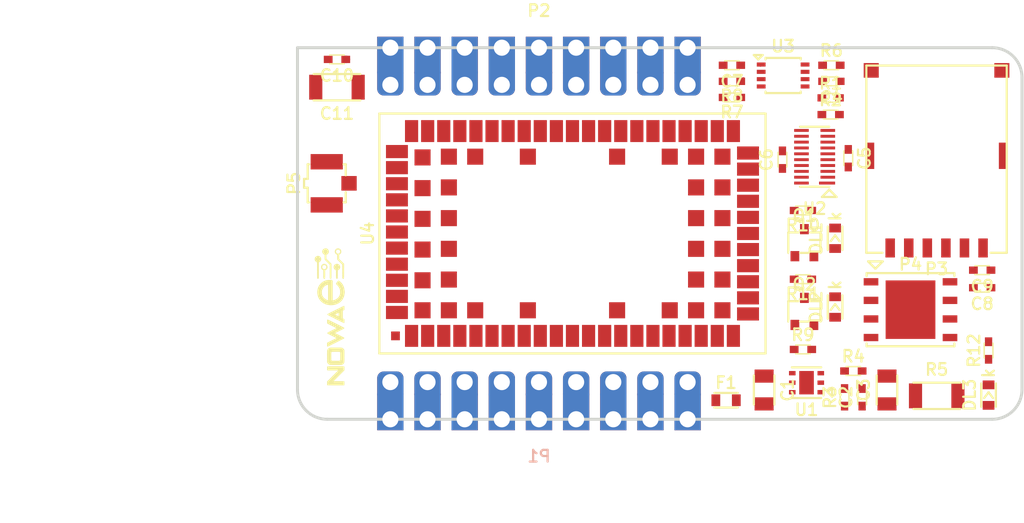
<source format=kicad_pcb>
(kicad_pcb (version 20171130) (host pcbnew 5.0.0-fee4fd1~66~ubuntu18.04.1)

  (general
    (thickness 1.6)
    (drawings 10)
    (tracks 5)
    (zones 0)
    (modules 39)
    (nets 69)
  )

  (page A4)
  (layers
    (0 F.Cu signal)
    (1 In1.Cu power)
    (2 In2.Cu power)
    (31 B.Cu signal)
    (32 B.Adhes user)
    (33 F.Adhes user)
    (34 B.Paste user)
    (35 F.Paste user)
    (36 B.SilkS user)
    (37 F.SilkS user)
    (38 B.Mask user)
    (39 F.Mask user)
    (40 Dwgs.User user)
    (41 Cmts.User user)
    (42 Eco1.User user)
    (43 Eco2.User user)
    (44 Edge.Cuts user)
    (45 Margin user)
    (46 B.CrtYd user)
    (47 F.CrtYd user)
    (48 B.Fab user)
    (49 F.Fab user)
  )

  (setup
    (last_trace_width 0.2)
    (user_trace_width 0.2)
    (user_trace_width 0.3)
    (user_trace_width 0.4)
    (user_trace_width 0.5)
    (user_trace_width 0.7)
    (user_trace_width 1)
    (trace_clearance 0.2)
    (zone_clearance 0.508)
    (zone_45_only no)
    (trace_min 0.2)
    (segment_width 0.2)
    (edge_width 0.2)
    (via_size 0.6)
    (via_drill 0.3)
    (via_min_size 0.4)
    (via_min_drill 0.3)
    (user_via 0.6 0.3)
    (uvia_size 0.3)
    (uvia_drill 0.1)
    (uvias_allowed no)
    (uvia_min_size 0.2)
    (uvia_min_drill 0.1)
    (pcb_text_width 0.3)
    (pcb_text_size 1.5 1.5)
    (mod_edge_width 0.15)
    (mod_text_size 1 1)
    (mod_text_width 0.15)
    (pad_size 1.524 1.524)
    (pad_drill 0.762)
    (pad_to_mask_clearance 0.2)
    (aux_axis_origin 121.9 105.1)
    (grid_origin 121.9 105.1)
    (visible_elements FFFFFF7F)
    (pcbplotparams
      (layerselection 0x20000_7ffffff8)
      (usegerberextensions false)
      (usegerberattributes false)
      (usegerberadvancedattributes false)
      (creategerberjobfile false)
      (excludeedgelayer false)
      (linewidth 0.100000)
      (plotframeref false)
      (viasonmask false)
      (mode 1)
      (useauxorigin false)
      (hpglpennumber 1)
      (hpglpenspeed 20)
      (hpglpendiameter 15.000000)
      (psnegative false)
      (psa4output false)
      (plotreference true)
      (plotvalue true)
      (plotinvisibletext false)
      (padsonsilk false)
      (subtractmaskfromsilk false)
      (outputformat 4)
      (mirror false)
      (drillshape 0)
      (scaleselection 1)
      (outputdirectory "pdf"))
  )

  (net 0 "")
  (net 1 "Net-(C1-Pad1)")
  (net 2 GND)
  (net 3 "Net-(C2-Pad1)")
  (net 4 "Net-(C2-Pad2)")
  (net 5 +3.8V)
  (net 6 "Net-(C4-Pad2)")
  (net 7 +VDIO)
  (net 8 +1.8V)
  (net 9 /SIM_VCC)
  (net 10 "Net-(DL1-Pad2)")
  (net 11 "Net-(DL2-Pad2)")
  (net 12 +VIN)
  (net 13 "Net-(P3-PadC6)")
  (net 14 /SIM_RST)
  (net 15 /SIM_CLK)
  (net 16 /SIM_IO)
  (net 17 /SARA_ANTENNA)
  (net 18 /SARA_TX_LED)
  (net 19 "Net-(Q1-Pad3)")
  (net 20 "Net-(Q2-Pad3)")
  (net 21 /SARA_STS_LED)
  (net 22 /I2C_SCL_EXT)
  (net 23 +3.3V)
  (net 24 /I2C_SDA_EXT)
  (net 25 /I2C_SDA)
  (net 26 /I2C_SCL)
  (net 27 /SARA_PWRON)
  (net 28 /SARA_GPIO4)
  (net 29 /SARA_GPIO3)
  (net 30 "Net-(U4-Pad28)")
  (net 31 "Net-(U4-Pad29)")
  (net 32 "Net-(U4-Pad31)")
  (net 33 /PCM_SYNC)
  (net 34 /PCM_DOUT)
  (net 35 /PCM_CLK)
  (net 36 /PCM_DIN)
  (net 37 /SIM_DET)
  (net 38 "Net-(U4-Pad44)")
  (net 39 "Net-(U4-Pad45)")
  (net 40 "Net-(U4-Pad46)")
  (net 41 "Net-(U4-Pad47)")
  (net 42 "Net-(U4-Pad48)")
  (net 43 "Net-(U4-Pad49)")
  (net 44 "Net-(U4-Pad2)")
  (net 45 "Net-(U4-Pad6)")
  (net 46 /UART_RI)
  (net 47 "Net-(U4-Pad8)")
  (net 48 "Net-(U4-Pad9)")
  (net 49 /UART_RTS)
  (net 50 /UART_CTS)
  (net 51 /UART_TXD)
  (net 52 /UART_RXD)
  (net 53 "Net-(U4-Pad17)")
  (net 54 /SARA_RESET)
  (net 55 /CODEC_CLK)
  (net 56 "Net-(U4-Pad62)")
  (net 57 /UART_CTS_EXT)
  (net 58 /UART_RTS_EXT)
  (net 59 /UART_RI_EXT)
  (net 60 /UART_TXD_EXT)
  (net 61 /UART_RXD_EXT)
  (net 62 "Net-(P2-Pad2)")
  (net 63 /SARA_GPIO3_EXT)
  (net 64 /SARA_GPIO4_EXT)
  (net 65 "Net-(U2-Pad10)")
  (net 66 "Net-(U2-Pad11)")
  (net 67 "Net-(U1-Pad5)")
  (net 68 "Net-(DL3-Pad2)")

  (net_class Default "This is the default net class."
    (clearance 0.2)
    (trace_width 0.2)
    (via_dia 0.6)
    (via_drill 0.3)
    (uvia_dia 0.3)
    (uvia_drill 0.1)
    (add_net +1.8V)
    (add_net +3.3V)
    (add_net +3.8V)
    (add_net +VDIO)
    (add_net +VIN)
    (add_net /CODEC_CLK)
    (add_net /I2C_SCL)
    (add_net /I2C_SCL_EXT)
    (add_net /I2C_SDA)
    (add_net /I2C_SDA_EXT)
    (add_net /PCM_CLK)
    (add_net /PCM_DIN)
    (add_net /PCM_DOUT)
    (add_net /PCM_SYNC)
    (add_net /SARA_ANTENNA)
    (add_net /SARA_GPIO3)
    (add_net /SARA_GPIO3_EXT)
    (add_net /SARA_GPIO4)
    (add_net /SARA_GPIO4_EXT)
    (add_net /SARA_PWRON)
    (add_net /SARA_RESET)
    (add_net /SARA_STS_LED)
    (add_net /SARA_TX_LED)
    (add_net /SIM_CLK)
    (add_net /SIM_DET)
    (add_net /SIM_IO)
    (add_net /SIM_RST)
    (add_net /SIM_VCC)
    (add_net /UART_CTS)
    (add_net /UART_CTS_EXT)
    (add_net /UART_RI)
    (add_net /UART_RI_EXT)
    (add_net /UART_RTS)
    (add_net /UART_RTS_EXT)
    (add_net /UART_RXD)
    (add_net /UART_RXD_EXT)
    (add_net /UART_TXD)
    (add_net /UART_TXD_EXT)
    (add_net GND)
    (add_net "Net-(C1-Pad1)")
    (add_net "Net-(C2-Pad1)")
    (add_net "Net-(C2-Pad2)")
    (add_net "Net-(C4-Pad2)")
    (add_net "Net-(DL1-Pad2)")
    (add_net "Net-(DL2-Pad2)")
    (add_net "Net-(DL3-Pad2)")
    (add_net "Net-(P2-Pad2)")
    (add_net "Net-(P3-PadC6)")
    (add_net "Net-(Q1-Pad3)")
    (add_net "Net-(Q2-Pad3)")
    (add_net "Net-(U1-Pad5)")
    (add_net "Net-(U2-Pad10)")
    (add_net "Net-(U2-Pad11)")
    (add_net "Net-(U4-Pad17)")
    (add_net "Net-(U4-Pad2)")
    (add_net "Net-(U4-Pad28)")
    (add_net "Net-(U4-Pad29)")
    (add_net "Net-(U4-Pad31)")
    (add_net "Net-(U4-Pad44)")
    (add_net "Net-(U4-Pad45)")
    (add_net "Net-(U4-Pad46)")
    (add_net "Net-(U4-Pad47)")
    (add_net "Net-(U4-Pad48)")
    (add_net "Net-(U4-Pad49)")
    (add_net "Net-(U4-Pad6)")
    (add_net "Net-(U4-Pad62)")
    (add_net "Net-(U4-Pad8)")
    (add_net "Net-(U4-Pad9)")
  )

  (module CONNECTOR:CONN-HALFHOLE-9x1-2.54 (layer B.Cu) (tedit 5BD23A4E) (tstamp 5BD142AC)
    (at 138.41 103.83 180)
    (path /5BD7117E)
    (attr virtual)
    (fp_text reference P1 (at 0 -3.8 180) (layer B.SilkS)
      (effects (font (size 0.8 0.8) (thickness 0.15)) (justify mirror))
    )
    (fp_text value CONN_9X1 (at 0 3.45 180) (layer B.Fab) hide
      (effects (font (size 0.8 0.8) (thickness 0.15)) (justify mirror))
    )
    (fp_line (start -11.2 -2.1) (end -11.2 2.05) (layer F.CrtYd) (width 0.05))
    (fp_line (start 11.2 -2.1) (end -11.2 -2.1) (layer F.CrtYd) (width 0.05))
    (fp_line (start 11.2 2.05) (end 11.2 -2.1) (layer F.CrtYd) (width 0.05))
    (fp_line (start -11.2 2.05) (end 11.2 2.05) (layer F.CrtYd) (width 0.05))
    (fp_text user %R (at 0 2.55 180) (layer B.Fab)
      (effects (font (size 0.8 0.8) (thickness 0.15)) (justify mirror))
    )
    (pad 1 thru_hole roundrect (at -10.16 1.27 180) (size 1.8 2) (drill 1.1 (offset 0 -0.27)) (layers *.Cu *.Mask) (roundrect_rratio 0.25)
      (net 12 +VIN))
    (pad 2 thru_hole roundrect (at -7.62 1.27 180) (size 1.8 2) (drill 1.1 (offset 0 -0.27)) (layers *.Cu *.Mask) (roundrect_rratio 0.25)
      (net 2 GND))
    (pad 3 thru_hole roundrect (at -5.08 1.27 180) (size 1.8 2) (drill 1.1 (offset 0 -0.27)) (layers *.Cu *.Mask) (roundrect_rratio 0.25)
      (net 61 /UART_RXD_EXT))
    (pad 4 thru_hole roundrect (at -2.54 1.27 180) (size 1.8 2) (drill 1.1 (offset 0 -0.27)) (layers *.Cu *.Mask) (roundrect_rratio 0.25)
      (net 60 /UART_TXD_EXT))
    (pad 1 thru_hole rect (at -10.16 -1.27 180) (size 1.8 2.5) (drill 1.1 (offset 0 0.5)) (layers *.Cu *.Mask)
      (net 12 +VIN))
    (pad 2 thru_hole rect (at -7.62 -1.27 180) (size 1.8 2.5) (drill 1.1 (offset 0 0.5)) (layers *.Cu *.Mask)
      (net 2 GND))
    (pad 3 thru_hole rect (at -5.08 -1.27 180) (size 1.8 2.5) (drill 1.1 (offset 0 0.5)) (layers *.Cu *.Mask)
      (net 61 /UART_RXD_EXT))
    (pad 4 thru_hole rect (at -2.54 -1.27 180) (size 1.8 2.5) (drill 1.1 (offset 0 0.5)) (layers *.Cu *.Mask)
      (net 60 /UART_TXD_EXT))
    (pad 9 thru_hole rect (at 10.16 -1.27 180) (size 1.8 2.5) (drill 1.1 (offset 0 0.5)) (layers *.Cu *.Mask)
      (net 22 /I2C_SCL_EXT))
    (pad 8 thru_hole rect (at 7.62 -1.27 180) (size 1.8 2.5) (drill 1.1 (offset 0 0.5)) (layers *.Cu *.Mask)
      (net 24 /I2C_SDA_EXT))
    (pad 7 thru_hole rect (at 5.08 -1.27 180) (size 1.8 2.5) (drill 1.1 (offset 0 0.5)) (layers *.Cu *.Mask)
      (net 59 /UART_RI_EXT))
    (pad 6 thru_hole rect (at 2.54 -1.27 180) (size 1.8 2.5) (drill 1.1 (offset 0 0.5)) (layers *.Cu *.Mask)
      (net 58 /UART_RTS_EXT))
    (pad 9 thru_hole roundrect (at 10.16 1.27 180) (size 1.8 2) (drill 1.1 (offset 0 -0.27)) (layers *.Cu *.Mask) (roundrect_rratio 0.25)
      (net 22 /I2C_SCL_EXT))
    (pad 8 thru_hole roundrect (at 7.62 1.27 180) (size 1.8 2) (drill 1.1 (offset 0 -0.27)) (layers *.Cu *.Mask) (roundrect_rratio 0.25)
      (net 24 /I2C_SDA_EXT))
    (pad 7 thru_hole roundrect (at 5.08 1.27 180) (size 1.8 2) (drill 1.1 (offset 0 -0.27)) (layers *.Cu *.Mask) (roundrect_rratio 0.25)
      (net 59 /UART_RI_EXT))
    (pad 6 thru_hole roundrect (at 2.54 1.27 180) (size 1.8 2) (drill 1.1 (offset 0 -0.27)) (layers *.Cu *.Mask) (roundrect_rratio 0.25)
      (net 58 /UART_RTS_EXT))
    (pad 5 thru_hole roundrect (at 0 1.27 180) (size 1.8 2) (drill 1.1 (offset 0 -0.27)) (layers *.Cu *.Mask) (roundrect_rratio 0.25)
      (net 57 /UART_CTS_EXT) (zone_connect 0))
    (pad 5 thru_hole rect (at 0 -1.27 180) (size 1.8 2.5) (drill 1.1 (offset 0 0.5)) (layers *.Cu *.Mask)
      (net 57 /UART_CTS_EXT))
  )

  (module CONNECTOR:CONN-HALFHOLE-9x1-2.54 (layer F.Cu) (tedit 5BD23A4E) (tstamp 5BD14622)
    (at 138.41 80.97 180)
    (path /5BD712E0)
    (attr virtual)
    (fp_text reference P2 (at 0 3.8 180) (layer F.SilkS)
      (effects (font (size 0.8 0.8) (thickness 0.15)))
    )
    (fp_text value CONN_9X1 (at 0 -3.45 180) (layer F.Fab) hide
      (effects (font (size 0.8 0.8) (thickness 0.15)))
    )
    (fp_line (start -11.2 2.1) (end -11.2 -2.05) (layer B.CrtYd) (width 0.05))
    (fp_line (start 11.2 2.1) (end -11.2 2.1) (layer B.CrtYd) (width 0.05))
    (fp_line (start 11.2 -2.05) (end 11.2 2.1) (layer B.CrtYd) (width 0.05))
    (fp_line (start -11.2 -2.05) (end 11.2 -2.05) (layer B.CrtYd) (width 0.05))
    (fp_text user %R (at 0 -2.55 180) (layer F.Fab)
      (effects (font (size 0.8 0.8) (thickness 0.15)))
    )
    (pad 1 thru_hole roundrect (at -10.16 -1.27 180) (size 1.8 2) (drill 1.1 (offset 0 0.27)) (layers *.Cu *.Mask) (roundrect_rratio 0.25)
      (net 7 +VDIO))
    (pad 2 thru_hole roundrect (at -7.62 -1.27 180) (size 1.8 2) (drill 1.1 (offset 0 0.27)) (layers *.Cu *.Mask) (roundrect_rratio 0.25)
      (net 62 "Net-(P2-Pad2)"))
    (pad 3 thru_hole roundrect (at -5.08 -1.27 180) (size 1.8 2) (drill 1.1 (offset 0 0.27)) (layers *.Cu *.Mask) (roundrect_rratio 0.25)
      (net 63 /SARA_GPIO3_EXT))
    (pad 4 thru_hole roundrect (at -2.54 -1.27 180) (size 1.8 2) (drill 1.1 (offset 0 0.27)) (layers *.Cu *.Mask) (roundrect_rratio 0.25)
      (net 64 /SARA_GPIO4_EXT))
    (pad 1 thru_hole rect (at -10.16 1.27 180) (size 1.8 2.5) (drill 1.1 (offset 0 -0.5)) (layers *.Cu *.Mask)
      (net 7 +VDIO))
    (pad 2 thru_hole rect (at -7.62 1.27 180) (size 1.8 2.5) (drill 1.1 (offset 0 -0.5)) (layers *.Cu *.Mask)
      (net 62 "Net-(P2-Pad2)"))
    (pad 3 thru_hole rect (at -5.08 1.27 180) (size 1.8 2.5) (drill 1.1 (offset 0 -0.5)) (layers *.Cu *.Mask)
      (net 63 /SARA_GPIO3_EXT))
    (pad 4 thru_hole rect (at -2.54 1.27 180) (size 1.8 2.5) (drill 1.1 (offset 0 -0.5)) (layers *.Cu *.Mask)
      (net 64 /SARA_GPIO4_EXT))
    (pad 9 thru_hole rect (at 10.16 1.27 180) (size 1.8 2.5) (drill 1.1 (offset 0 -0.5)) (layers *.Cu *.Mask)
      (net 55 /CODEC_CLK))
    (pad 8 thru_hole rect (at 7.62 1.27 180) (size 1.8 2.5) (drill 1.1 (offset 0 -0.5)) (layers *.Cu *.Mask)
      (net 36 /PCM_DIN))
    (pad 7 thru_hole rect (at 5.08 1.27 180) (size 1.8 2.5) (drill 1.1 (offset 0 -0.5)) (layers *.Cu *.Mask)
      (net 35 /PCM_CLK))
    (pad 6 thru_hole rect (at 2.54 1.27 180) (size 1.8 2.5) (drill 1.1 (offset 0 -0.5)) (layers *.Cu *.Mask)
      (net 34 /PCM_DOUT))
    (pad 9 thru_hole roundrect (at 10.16 -1.27 180) (size 1.8 2) (drill 1.1 (offset 0 0.27)) (layers *.Cu *.Mask) (roundrect_rratio 0.25)
      (net 55 /CODEC_CLK))
    (pad 8 thru_hole roundrect (at 7.62 -1.27 180) (size 1.8 2) (drill 1.1 (offset 0 0.27)) (layers *.Cu *.Mask) (roundrect_rratio 0.25)
      (net 36 /PCM_DIN))
    (pad 7 thru_hole roundrect (at 5.08 -1.27 180) (size 1.8 2) (drill 1.1 (offset 0 0.27)) (layers *.Cu *.Mask) (roundrect_rratio 0.25)
      (net 35 /PCM_CLK))
    (pad 6 thru_hole roundrect (at 2.54 -1.27 180) (size 1.8 2) (drill 1.1 (offset 0 0.27)) (layers *.Cu *.Mask) (roundrect_rratio 0.25)
      (net 34 /PCM_DOUT))
    (pad 5 thru_hole roundrect (at 0 -1.27 180) (size 1.8 2) (drill 1.1 (offset 0 0.27)) (layers *.Cu *.Mask) (roundrect_rratio 0.25)
      (net 33 /PCM_SYNC) (zone_connect 0))
    (pad 5 thru_hole rect (at 0 1.27 180) (size 1.8 2.5) (drill 1.1 (offset 0 -0.5)) (layers *.Cu *.Mask)
      (net 33 /PCM_SYNC))
  )

  (module RESISTOR:RESISTOR-1206 (layer F.Cu) (tedit 58B9655B) (tstamp 5BD23618)
    (at 165.6 103.5)
    (descr "Resistor SMD 1206, reflow soldering, Vishay (see dcrcw.pdf)")
    (tags "resistor 1206")
    (path /5BDA7CBB)
    (attr smd)
    (fp_text reference R5 (at 0 -1.8) (layer F.SilkS)
      (effects (font (size 0.8 0.8) (thickness 0.15)))
    )
    (fp_text value 100m (at 0 2) (layer F.Fab) hide
      (effects (font (size 0.8 0.8) (thickness 0.15)))
    )
    (fp_line (start 2.2 -1.2) (end 2.2 1.2) (layer F.CrtYd) (width 0.05))
    (fp_line (start -2.2 -1.2) (end -2.2 1.2) (layer F.CrtYd) (width 0.05))
    (fp_line (start -2.2 1.2) (end 2.2 1.2) (layer F.CrtYd) (width 0.05))
    (fp_line (start -2.2 -1.2) (end 2.2 -1.2) (layer F.CrtYd) (width 0.05))
    (fp_line (start 1.6 0.8) (end -1.6 0.8) (layer F.Fab) (width 0.15))
    (fp_line (start 1.6 -0.8) (end 1.6 0.8) (layer F.Fab) (width 0.15))
    (fp_line (start -1.6 -0.8) (end 1.6 -0.8) (layer F.Fab) (width 0.15))
    (fp_line (start -1.6 0.8) (end -1.6 -0.8) (layer F.Fab) (width 0.15))
    (fp_line (start -1.1 -0.8) (end -1.1 0.7) (layer F.Fab) (width 0.15))
    (fp_line (start 1.1 -0.8) (end 1.1 0.8) (layer F.Fab) (width 0.15))
    (fp_line (start -1.6 -0.9) (end 1.6 -0.9) (layer F.SilkS) (width 0.15))
    (fp_line (start 1.6 0.9) (end -1.6 0.9) (layer F.SilkS) (width 0.15))
    (fp_text user %R (at 0 -1.8) (layer F.Fab)
      (effects (font (size 0.8 0.8) (thickness 0.15)))
    )
    (pad 2 smd rect (at 1.45 0) (size 0.9 1.7) (layers F.Cu F.Paste F.Mask)
      (net 5 +3.8V))
    (pad 1 smd rect (at -1.45 0) (size 0.9 1.7) (layers F.Cu F.Paste F.Mask)
      (net 3 "Net-(C2-Pad1)"))
    (model ${KINOWAEMOD}/packages3d/walter/resistor/r_1206.wrl
      (at (xyz 0 0 0))
      (scale (xyz 1 1 1))
      (rotate (xyz 0 0 0))
    )
  )

  (module CAPACITOR:CAPACITOR-0805 (layer F.Cu) (tedit 58B964CB) (tstamp 5BD0E203)
    (at 153.8 103.1 270)
    (descr "Capacitor SMD 0805, reflow soldering, Vishay (see dcrcw.pdf)")
    (tags "Capacitor 0805")
    (path /5C0D79AD)
    (attr smd)
    (fp_text reference C1 (at 0 -1.6 270) (layer F.SilkS)
      (effects (font (size 0.8 0.8) (thickness 0.15)))
    )
    (fp_text value 1u (at 0 1.7 270) (layer F.Fab) hide
      (effects (font (size 0.8 0.8) (thickness 0.15)))
    )
    (fp_text user %R (at 0 -1.6 270) (layer F.Fab)
      (effects (font (size 0.8 0.8) (thickness 0.15)))
    )
    (fp_line (start 1 0.7) (end -1 0.7) (layer F.SilkS) (width 0.15))
    (fp_line (start -1 -0.7) (end 1 -0.7) (layer F.SilkS) (width 0.15))
    (fp_line (start 0.6 -0.6) (end 0.6 0.6) (layer F.Fab) (width 0.15))
    (fp_line (start -0.6 -0.6) (end -0.6 0.6) (layer F.Fab) (width 0.15))
    (fp_line (start -1 -0.6) (end 1 -0.6) (layer F.Fab) (width 0.15))
    (fp_line (start 1 -0.6) (end 1 0.6) (layer F.Fab) (width 0.15))
    (fp_line (start 1 0.6) (end -1 0.6) (layer F.Fab) (width 0.15))
    (fp_line (start -1 0.6) (end -1 -0.6) (layer F.Fab) (width 0.15))
    (fp_line (start -1.6 -1) (end 1.6 -1) (layer F.CrtYd) (width 0.05))
    (fp_line (start -1.6 1) (end 1.6 1) (layer F.CrtYd) (width 0.05))
    (fp_line (start -1.6 -1) (end -1.6 1) (layer F.CrtYd) (width 0.05))
    (fp_line (start 1.6 -1) (end 1.6 1) (layer F.CrtYd) (width 0.05))
    (pad 1 smd rect (at -0.95 0 270) (size 0.9 1.3) (layers F.Cu F.Paste F.Mask)
      (net 1 "Net-(C1-Pad1)"))
    (pad 2 smd rect (at 0.95 0 270) (size 0.9 1.3) (layers F.Cu F.Paste F.Mask)
      (net 2 GND))
    (model "${KINOWAEMOD}/packages3d/issus/STEP/Passives/CAP 0805.wrl"
      (offset (xyz 0 -0.6349999904632568 0.6349999904632568))
      (scale (xyz 1 1 1))
      (rotate (xyz 0 0 0))
    )
  )

  (module CAPACITOR:CAPACITOR-0402 (layer F.Cu) (tedit 58B96489) (tstamp 5BD0E347)
    (at 160.5 103.6 90)
    (descr "CAP SMD 0402")
    (tags "0402 SM0402")
    (path /5BF68587)
    (attr smd)
    (fp_text reference C2 (at 0 -1.1 90) (layer F.SilkS)
      (effects (font (size 0.8 0.8) (thickness 0.15)))
    )
    (fp_text value 22p (at 0 1.1 90) (layer F.Fab) hide
      (effects (font (size 0.8 0.8) (thickness 0.15)))
    )
    (fp_text user %R (at 0 -1.1 90) (layer F.Fab)
      (effects (font (size 0.8 0.8) (thickness 0.15)))
    )
    (fp_line (start -0.5 0.3) (end 0.5 0.3) (layer F.SilkS) (width 0.1))
    (fp_line (start -0.5 -0.3) (end 0.5 -0.3) (layer F.SilkS) (width 0.1))
    (fp_line (start 0.3 -0.25) (end 0.3 0.25) (layer F.Fab) (width 0.1))
    (fp_line (start -0.3 -0.25) (end -0.3 0.25) (layer F.Fab) (width 0.1))
    (fp_line (start -0.5 0.25) (end -0.5 -0.25) (layer F.Fab) (width 0.1))
    (fp_line (start -0.5 -0.25) (end 0.5 -0.25) (layer F.Fab) (width 0.1))
    (fp_line (start 0.5 -0.25) (end 0.5 0.25) (layer F.Fab) (width 0.1))
    (fp_line (start 0.5 0.25) (end -0.5 0.25) (layer F.Fab) (width 0.1))
    (fp_line (start -1.1 -0.5) (end 1.1 -0.5) (layer F.CrtYd) (width 0.05))
    (fp_line (start 1.1 -0.5) (end 1.1 0.5) (layer F.CrtYd) (width 0.05))
    (fp_line (start 1.1 0.5) (end -1.1 0.5) (layer F.CrtYd) (width 0.05))
    (fp_line (start -1.1 0.5) (end -1.1 -0.5) (layer F.CrtYd) (width 0.05))
    (pad 1 smd rect (at -0.6 0 90) (size 0.6 0.5) (layers F.Cu F.Paste F.Mask)
      (net 3 "Net-(C2-Pad1)"))
    (pad 2 smd rect (at 0.6 0 90) (size 0.6 0.5) (layers F.Cu F.Paste F.Mask)
      (net 4 "Net-(C2-Pad2)"))
    (model "${KINOWAEMOD}/packages3d/issus/STEP/Passives/CAP 0402.wrl"
      (offset (xyz 0 -0.2539999961853027 0.2539999961853027))
      (scale (xyz 1 1 1))
      (rotate (xyz 0 0 0))
    )
  )

  (module CAPACITOR:CAPACITOR-0805 (layer F.Cu) (tedit 58B964CB) (tstamp 5BD0E2A5)
    (at 162.2 103.1 90)
    (descr "Capacitor SMD 0805, reflow soldering, Vishay (see dcrcw.pdf)")
    (tags "Capacitor 0805")
    (path /5C10215F)
    (attr smd)
    (fp_text reference C3 (at 0 -1.6 90) (layer F.SilkS)
      (effects (font (size 0.8 0.8) (thickness 0.15)))
    )
    (fp_text value 4u7 (at 0 1.7 90) (layer F.Fab) hide
      (effects (font (size 0.8 0.8) (thickness 0.15)))
    )
    (fp_line (start 1.6 -1) (end 1.6 1) (layer F.CrtYd) (width 0.05))
    (fp_line (start -1.6 -1) (end -1.6 1) (layer F.CrtYd) (width 0.05))
    (fp_line (start -1.6 1) (end 1.6 1) (layer F.CrtYd) (width 0.05))
    (fp_line (start -1.6 -1) (end 1.6 -1) (layer F.CrtYd) (width 0.05))
    (fp_line (start -1 0.6) (end -1 -0.6) (layer F.Fab) (width 0.15))
    (fp_line (start 1 0.6) (end -1 0.6) (layer F.Fab) (width 0.15))
    (fp_line (start 1 -0.6) (end 1 0.6) (layer F.Fab) (width 0.15))
    (fp_line (start -1 -0.6) (end 1 -0.6) (layer F.Fab) (width 0.15))
    (fp_line (start -0.6 -0.6) (end -0.6 0.6) (layer F.Fab) (width 0.15))
    (fp_line (start 0.6 -0.6) (end 0.6 0.6) (layer F.Fab) (width 0.15))
    (fp_line (start -1 -0.7) (end 1 -0.7) (layer F.SilkS) (width 0.15))
    (fp_line (start 1 0.7) (end -1 0.7) (layer F.SilkS) (width 0.15))
    (fp_text user %R (at 0 -1.6 90) (layer F.Fab)
      (effects (font (size 0.8 0.8) (thickness 0.15)))
    )
    (pad 2 smd rect (at 0.95 0 90) (size 0.9 1.3) (layers F.Cu F.Paste F.Mask)
      (net 2 GND))
    (pad 1 smd rect (at -0.95 0 90) (size 0.9 1.3) (layers F.Cu F.Paste F.Mask)
      (net 3 "Net-(C2-Pad1)"))
    (model "${KINOWAEMOD}/packages3d/issus/STEP/Passives/CAP 0805.wrl"
      (offset (xyz 0 -0.6349999904632568 0.6349999904632568))
      (scale (xyz 1 1 1))
      (rotate (xyz 0 0 0))
    )
  )

  (module CAPACITOR:CAPACITOR-0402 (layer F.Cu) (tedit 58B96489) (tstamp 5BD0DF06)
    (at 158.4 82 180)
    (descr "CAP SMD 0402")
    (tags "0402 SM0402")
    (path /5BE4CC34)
    (attr smd)
    (fp_text reference C4 (at 0 -1.1 180) (layer F.SilkS)
      (effects (font (size 0.8 0.8) (thickness 0.15)))
    )
    (fp_text value 100n (at 0 1.1 180) (layer F.Fab) hide
      (effects (font (size 0.8 0.8) (thickness 0.15)))
    )
    (fp_line (start -1.1 0.5) (end -1.1 -0.5) (layer F.CrtYd) (width 0.05))
    (fp_line (start 1.1 0.5) (end -1.1 0.5) (layer F.CrtYd) (width 0.05))
    (fp_line (start 1.1 -0.5) (end 1.1 0.5) (layer F.CrtYd) (width 0.05))
    (fp_line (start -1.1 -0.5) (end 1.1 -0.5) (layer F.CrtYd) (width 0.05))
    (fp_line (start 0.5 0.25) (end -0.5 0.25) (layer F.Fab) (width 0.1))
    (fp_line (start 0.5 -0.25) (end 0.5 0.25) (layer F.Fab) (width 0.1))
    (fp_line (start -0.5 -0.25) (end 0.5 -0.25) (layer F.Fab) (width 0.1))
    (fp_line (start -0.5 0.25) (end -0.5 -0.25) (layer F.Fab) (width 0.1))
    (fp_line (start -0.3 -0.25) (end -0.3 0.25) (layer F.Fab) (width 0.1))
    (fp_line (start 0.3 -0.25) (end 0.3 0.25) (layer F.Fab) (width 0.1))
    (fp_line (start -0.5 -0.3) (end 0.5 -0.3) (layer F.SilkS) (width 0.1))
    (fp_line (start -0.5 0.3) (end 0.5 0.3) (layer F.SilkS) (width 0.1))
    (fp_text user %R (at 0 -1.1 180) (layer F.Fab)
      (effects (font (size 0.8 0.8) (thickness 0.15)))
    )
    (pad 2 smd rect (at 0.6 0 180) (size 0.6 0.5) (layers F.Cu F.Paste F.Mask)
      (net 6 "Net-(C4-Pad2)"))
    (pad 1 smd rect (at -0.6 0 180) (size 0.6 0.5) (layers F.Cu F.Paste F.Mask)
      (net 2 GND))
    (model "${KINOWAEMOD}/packages3d/issus/STEP/Passives/CAP 0402.wrl"
      (offset (xyz 0 -0.2539999961853027 0.2539999961853027))
      (scale (xyz 1 1 1))
      (rotate (xyz 0 0 0))
    )
  )

  (module CAPACITOR:CAPACITOR-0402 (layer F.Cu) (tedit 58B96489) (tstamp 5BD31053)
    (at 159.554 87.254 270)
    (descr "CAP SMD 0402")
    (tags "0402 SM0402")
    (path /5BF50894)
    (attr smd)
    (fp_text reference C5 (at 0 -1.1 270) (layer F.SilkS)
      (effects (font (size 0.8 0.8) (thickness 0.15)))
    )
    (fp_text value 100n (at 0 1.1 270) (layer F.Fab) hide
      (effects (font (size 0.8 0.8) (thickness 0.15)))
    )
    (fp_line (start -1.1 0.5) (end -1.1 -0.5) (layer F.CrtYd) (width 0.05))
    (fp_line (start 1.1 0.5) (end -1.1 0.5) (layer F.CrtYd) (width 0.05))
    (fp_line (start 1.1 -0.5) (end 1.1 0.5) (layer F.CrtYd) (width 0.05))
    (fp_line (start -1.1 -0.5) (end 1.1 -0.5) (layer F.CrtYd) (width 0.05))
    (fp_line (start 0.5 0.25) (end -0.5 0.25) (layer F.Fab) (width 0.1))
    (fp_line (start 0.5 -0.25) (end 0.5 0.25) (layer F.Fab) (width 0.1))
    (fp_line (start -0.5 -0.25) (end 0.5 -0.25) (layer F.Fab) (width 0.1))
    (fp_line (start -0.5 0.25) (end -0.5 -0.25) (layer F.Fab) (width 0.1))
    (fp_line (start -0.3 -0.25) (end -0.3 0.25) (layer F.Fab) (width 0.1))
    (fp_line (start 0.3 -0.25) (end 0.3 0.25) (layer F.Fab) (width 0.1))
    (fp_line (start -0.5 -0.3) (end 0.5 -0.3) (layer F.SilkS) (width 0.1))
    (fp_line (start -0.5 0.3) (end 0.5 0.3) (layer F.SilkS) (width 0.1))
    (fp_text user %R (at 0 -1.1 270) (layer F.Fab)
      (effects (font (size 0.8 0.8) (thickness 0.15)))
    )
    (pad 2 smd rect (at 0.6 0 270) (size 0.6 0.5) (layers F.Cu F.Paste F.Mask)
      (net 7 +VDIO))
    (pad 1 smd rect (at -0.6 0 270) (size 0.6 0.5) (layers F.Cu F.Paste F.Mask)
      (net 2 GND))
    (model "${KINOWAEMOD}/packages3d/issus/STEP/Passives/CAP 0402.wrl"
      (offset (xyz 0 -0.2539999961853027 0.2539999961853027))
      (scale (xyz 1 1 1))
      (rotate (xyz 0 0 0))
    )
  )

  (module CAPACITOR:CAPACITOR-0402 (layer F.Cu) (tedit 58B96489) (tstamp 5BD3101D)
    (at 155.054 87.354 90)
    (descr "CAP SMD 0402")
    (tags "0402 SM0402")
    (path /5BE4A00F)
    (attr smd)
    (fp_text reference C6 (at 0 -1.1 90) (layer F.SilkS)
      (effects (font (size 0.8 0.8) (thickness 0.15)))
    )
    (fp_text value 100n (at 0 1.1 90) (layer F.Fab) hide
      (effects (font (size 0.8 0.8) (thickness 0.15)))
    )
    (fp_line (start -1.1 0.5) (end -1.1 -0.5) (layer F.CrtYd) (width 0.05))
    (fp_line (start 1.1 0.5) (end -1.1 0.5) (layer F.CrtYd) (width 0.05))
    (fp_line (start 1.1 -0.5) (end 1.1 0.5) (layer F.CrtYd) (width 0.05))
    (fp_line (start -1.1 -0.5) (end 1.1 -0.5) (layer F.CrtYd) (width 0.05))
    (fp_line (start 0.5 0.25) (end -0.5 0.25) (layer F.Fab) (width 0.1))
    (fp_line (start 0.5 -0.25) (end 0.5 0.25) (layer F.Fab) (width 0.1))
    (fp_line (start -0.5 -0.25) (end 0.5 -0.25) (layer F.Fab) (width 0.1))
    (fp_line (start -0.5 0.25) (end -0.5 -0.25) (layer F.Fab) (width 0.1))
    (fp_line (start -0.3 -0.25) (end -0.3 0.25) (layer F.Fab) (width 0.1))
    (fp_line (start 0.3 -0.25) (end 0.3 0.25) (layer F.Fab) (width 0.1))
    (fp_line (start -0.5 -0.3) (end 0.5 -0.3) (layer F.SilkS) (width 0.1))
    (fp_line (start -0.5 0.3) (end 0.5 0.3) (layer F.SilkS) (width 0.1))
    (fp_text user %R (at 0 -1.1 90) (layer F.Fab)
      (effects (font (size 0.8 0.8) (thickness 0.15)))
    )
    (pad 2 smd rect (at 0.6 0 90) (size 0.6 0.5) (layers F.Cu F.Paste F.Mask)
      (net 2 GND))
    (pad 1 smd rect (at -0.6 0 90) (size 0.6 0.5) (layers F.Cu F.Paste F.Mask)
      (net 8 +1.8V))
    (model "${KINOWAEMOD}/packages3d/issus/STEP/Passives/CAP 0402.wrl"
      (offset (xyz 0 -0.2539999961853027 0.2539999961853027))
      (scale (xyz 1 1 1))
      (rotate (xyz 0 0 0))
    )
  )

  (module CAPACITOR:CAPACITOR-0402 (layer F.Cu) (tedit 58B96489) (tstamp 5BD0DDBC)
    (at 151.6 80.9 180)
    (descr "CAP SMD 0402")
    (tags "0402 SM0402")
    (path /5BD9A243)
    (attr smd)
    (fp_text reference C7 (at 0 -1.1 180) (layer F.SilkS)
      (effects (font (size 0.8 0.8) (thickness 0.15)))
    )
    (fp_text value 100n (at 0 1.1 180) (layer F.Fab) hide
      (effects (font (size 0.8 0.8) (thickness 0.15)))
    )
    (fp_text user %R (at 0 -1.1 180) (layer F.Fab)
      (effects (font (size 0.8 0.8) (thickness 0.15)))
    )
    (fp_line (start -0.5 0.3) (end 0.5 0.3) (layer F.SilkS) (width 0.1))
    (fp_line (start -0.5 -0.3) (end 0.5 -0.3) (layer F.SilkS) (width 0.1))
    (fp_line (start 0.3 -0.25) (end 0.3 0.25) (layer F.Fab) (width 0.1))
    (fp_line (start -0.3 -0.25) (end -0.3 0.25) (layer F.Fab) (width 0.1))
    (fp_line (start -0.5 0.25) (end -0.5 -0.25) (layer F.Fab) (width 0.1))
    (fp_line (start -0.5 -0.25) (end 0.5 -0.25) (layer F.Fab) (width 0.1))
    (fp_line (start 0.5 -0.25) (end 0.5 0.25) (layer F.Fab) (width 0.1))
    (fp_line (start 0.5 0.25) (end -0.5 0.25) (layer F.Fab) (width 0.1))
    (fp_line (start -1.1 -0.5) (end 1.1 -0.5) (layer F.CrtYd) (width 0.05))
    (fp_line (start 1.1 -0.5) (end 1.1 0.5) (layer F.CrtYd) (width 0.05))
    (fp_line (start 1.1 0.5) (end -1.1 0.5) (layer F.CrtYd) (width 0.05))
    (fp_line (start -1.1 0.5) (end -1.1 -0.5) (layer F.CrtYd) (width 0.05))
    (pad 1 smd rect (at -0.6 0 180) (size 0.6 0.5) (layers F.Cu F.Paste F.Mask)
      (net 8 +1.8V))
    (pad 2 smd rect (at 0.6 0 180) (size 0.6 0.5) (layers F.Cu F.Paste F.Mask)
      (net 2 GND))
    (model "${KINOWAEMOD}/packages3d/issus/STEP/Passives/CAP 0402.wrl"
      (offset (xyz 0 -0.2539999961853027 0.2539999961853027))
      (scale (xyz 1 1 1))
      (rotate (xyz 0 0 0))
    )
  )

  (module CAPACITOR:CAPACITOR-0402 (layer F.Cu) (tedit 58B96489) (tstamp 5BD0DE49)
    (at 168.708 96.108 180)
    (descr "CAP SMD 0402")
    (tags "0402 SM0402")
    (path /5BBF237F)
    (attr smd)
    (fp_text reference C8 (at 0 -1.1 180) (layer F.SilkS)
      (effects (font (size 0.8 0.8) (thickness 0.15)))
    )
    (fp_text value 100n (at 0 1.1 180) (layer F.Fab) hide
      (effects (font (size 0.8 0.8) (thickness 0.15)))
    )
    (fp_line (start -1.1 0.5) (end -1.1 -0.5) (layer F.CrtYd) (width 0.05))
    (fp_line (start 1.1 0.5) (end -1.1 0.5) (layer F.CrtYd) (width 0.05))
    (fp_line (start 1.1 -0.5) (end 1.1 0.5) (layer F.CrtYd) (width 0.05))
    (fp_line (start -1.1 -0.5) (end 1.1 -0.5) (layer F.CrtYd) (width 0.05))
    (fp_line (start 0.5 0.25) (end -0.5 0.25) (layer F.Fab) (width 0.1))
    (fp_line (start 0.5 -0.25) (end 0.5 0.25) (layer F.Fab) (width 0.1))
    (fp_line (start -0.5 -0.25) (end 0.5 -0.25) (layer F.Fab) (width 0.1))
    (fp_line (start -0.5 0.25) (end -0.5 -0.25) (layer F.Fab) (width 0.1))
    (fp_line (start -0.3 -0.25) (end -0.3 0.25) (layer F.Fab) (width 0.1))
    (fp_line (start 0.3 -0.25) (end 0.3 0.25) (layer F.Fab) (width 0.1))
    (fp_line (start -0.5 -0.3) (end 0.5 -0.3) (layer F.SilkS) (width 0.1))
    (fp_line (start -0.5 0.3) (end 0.5 0.3) (layer F.SilkS) (width 0.1))
    (fp_text user %R (at 0 -1.1 180) (layer F.Fab)
      (effects (font (size 0.8 0.8) (thickness 0.15)))
    )
    (pad 2 smd rect (at 0.6 0 180) (size 0.6 0.5) (layers F.Cu F.Paste F.Mask)
      (net 9 /SIM_VCC))
    (pad 1 smd rect (at -0.6 0 180) (size 0.6 0.5) (layers F.Cu F.Paste F.Mask)
      (net 2 GND))
    (model "${KINOWAEMOD}/packages3d/issus/STEP/Passives/CAP 0402.wrl"
      (offset (xyz 0 -0.2539999961853027 0.2539999961853027))
      (scale (xyz 1 1 1))
      (rotate (xyz 0 0 0))
    )
  )

  (module CAPACITOR:CAPACITOR-0402 (layer F.Cu) (tedit 58B96489) (tstamp 5BD0E48B)
    (at 168.708 94.908 180)
    (descr "CAP SMD 0402")
    (tags "0402 SM0402")
    (path /5BCAA6D7)
    (attr smd)
    (fp_text reference C9 (at 0 -1.1 180) (layer F.SilkS)
      (effects (font (size 0.8 0.8) (thickness 0.15)))
    )
    (fp_text value 100n (at 0 1.1 180) (layer F.Fab) hide
      (effects (font (size 0.8 0.8) (thickness 0.15)))
    )
    (fp_text user %R (at 0 -1.1 180) (layer F.Fab)
      (effects (font (size 0.8 0.8) (thickness 0.15)))
    )
    (fp_line (start -0.5 0.3) (end 0.5 0.3) (layer F.SilkS) (width 0.1))
    (fp_line (start -0.5 -0.3) (end 0.5 -0.3) (layer F.SilkS) (width 0.1))
    (fp_line (start 0.3 -0.25) (end 0.3 0.25) (layer F.Fab) (width 0.1))
    (fp_line (start -0.3 -0.25) (end -0.3 0.25) (layer F.Fab) (width 0.1))
    (fp_line (start -0.5 0.25) (end -0.5 -0.25) (layer F.Fab) (width 0.1))
    (fp_line (start -0.5 -0.25) (end 0.5 -0.25) (layer F.Fab) (width 0.1))
    (fp_line (start 0.5 -0.25) (end 0.5 0.25) (layer F.Fab) (width 0.1))
    (fp_line (start 0.5 0.25) (end -0.5 0.25) (layer F.Fab) (width 0.1))
    (fp_line (start -1.1 -0.5) (end 1.1 -0.5) (layer F.CrtYd) (width 0.05))
    (fp_line (start 1.1 -0.5) (end 1.1 0.5) (layer F.CrtYd) (width 0.05))
    (fp_line (start 1.1 0.5) (end -1.1 0.5) (layer F.CrtYd) (width 0.05))
    (fp_line (start -1.1 0.5) (end -1.1 -0.5) (layer F.CrtYd) (width 0.05))
    (pad 1 smd rect (at -0.6 0 180) (size 0.6 0.5) (layers F.Cu F.Paste F.Mask)
      (net 2 GND))
    (pad 2 smd rect (at 0.6 0 180) (size 0.6 0.5) (layers F.Cu F.Paste F.Mask)
      (net 9 /SIM_VCC))
    (model "${KINOWAEMOD}/packages3d/issus/STEP/Passives/CAP 0402.wrl"
      (offset (xyz 0 -0.2539999961853027 0.2539999961853027))
      (scale (xyz 1 1 1))
      (rotate (xyz 0 0 0))
    )
  )

  (module CAPACITOR:CAPACITOR-0402 (layer F.Cu) (tedit 58B96489) (tstamp 5BD16FED)
    (at 124.6 80.5 180)
    (descr "CAP SMD 0402")
    (tags "0402 SM0402")
    (path /5BC52A9E)
    (attr smd)
    (fp_text reference C10 (at 0 -1.1 180) (layer F.SilkS)
      (effects (font (size 0.8 0.8) (thickness 0.15)))
    )
    (fp_text value 100n (at 0 1.1 180) (layer F.Fab) hide
      (effects (font (size 0.8 0.8) (thickness 0.15)))
    )
    (fp_text user %R (at 0 -1.1 180) (layer F.Fab)
      (effects (font (size 0.8 0.8) (thickness 0.15)))
    )
    (fp_line (start -0.5 0.3) (end 0.5 0.3) (layer F.SilkS) (width 0.1))
    (fp_line (start -0.5 -0.3) (end 0.5 -0.3) (layer F.SilkS) (width 0.1))
    (fp_line (start 0.3 -0.25) (end 0.3 0.25) (layer F.Fab) (width 0.1))
    (fp_line (start -0.3 -0.25) (end -0.3 0.25) (layer F.Fab) (width 0.1))
    (fp_line (start -0.5 0.25) (end -0.5 -0.25) (layer F.Fab) (width 0.1))
    (fp_line (start -0.5 -0.25) (end 0.5 -0.25) (layer F.Fab) (width 0.1))
    (fp_line (start 0.5 -0.25) (end 0.5 0.25) (layer F.Fab) (width 0.1))
    (fp_line (start 0.5 0.25) (end -0.5 0.25) (layer F.Fab) (width 0.1))
    (fp_line (start -1.1 -0.5) (end 1.1 -0.5) (layer F.CrtYd) (width 0.05))
    (fp_line (start 1.1 -0.5) (end 1.1 0.5) (layer F.CrtYd) (width 0.05))
    (fp_line (start 1.1 0.5) (end -1.1 0.5) (layer F.CrtYd) (width 0.05))
    (fp_line (start -1.1 0.5) (end -1.1 -0.5) (layer F.CrtYd) (width 0.05))
    (pad 1 smd rect (at -0.6 0 180) (size 0.6 0.5) (layers F.Cu F.Paste F.Mask)
      (net 5 +3.8V))
    (pad 2 smd rect (at 0.6 0 180) (size 0.6 0.5) (layers F.Cu F.Paste F.Mask)
      (net 2 GND))
    (model "${KINOWAEMOD}/packages3d/issus/STEP/Passives/CAP 0402.wrl"
      (offset (xyz 0 -0.2539999961853027 0.2539999961853027))
      (scale (xyz 1 1 1))
      (rotate (xyz 0 0 0))
    )
  )

  (module RESISTOR:RESISTOR-1206 (layer F.Cu) (tedit 58B9655B) (tstamp 5BD16C99)
    (at 124.6 82.4 180)
    (descr "Resistor SMD 1206, reflow soldering, Vishay (see dcrcw.pdf)")
    (tags "resistor 1206")
    (path /5BC52B9D)
    (attr smd)
    (fp_text reference C11 (at 0 -1.8 180) (layer F.SilkS)
      (effects (font (size 0.8 0.8) (thickness 0.15)))
    )
    (fp_text value 10u (at 0 2 180) (layer F.Fab) hide
      (effects (font (size 0.8 0.8) (thickness 0.15)))
    )
    (fp_text user %R (at 0 -1.8 180) (layer F.Fab)
      (effects (font (size 0.8 0.8) (thickness 0.15)))
    )
    (fp_line (start 1.6 0.9) (end -1.6 0.9) (layer F.SilkS) (width 0.15))
    (fp_line (start -1.6 -0.9) (end 1.6 -0.9) (layer F.SilkS) (width 0.15))
    (fp_line (start 1.1 -0.8) (end 1.1 0.8) (layer F.Fab) (width 0.15))
    (fp_line (start -1.1 -0.8) (end -1.1 0.7) (layer F.Fab) (width 0.15))
    (fp_line (start -1.6 0.8) (end -1.6 -0.8) (layer F.Fab) (width 0.15))
    (fp_line (start -1.6 -0.8) (end 1.6 -0.8) (layer F.Fab) (width 0.15))
    (fp_line (start 1.6 -0.8) (end 1.6 0.8) (layer F.Fab) (width 0.15))
    (fp_line (start 1.6 0.8) (end -1.6 0.8) (layer F.Fab) (width 0.15))
    (fp_line (start -2.2 -1.2) (end 2.2 -1.2) (layer F.CrtYd) (width 0.05))
    (fp_line (start -2.2 1.2) (end 2.2 1.2) (layer F.CrtYd) (width 0.05))
    (fp_line (start -2.2 -1.2) (end -2.2 1.2) (layer F.CrtYd) (width 0.05))
    (fp_line (start 2.2 -1.2) (end 2.2 1.2) (layer F.CrtYd) (width 0.05))
    (pad 1 smd rect (at -1.45 0 180) (size 0.9 1.7) (layers F.Cu F.Paste F.Mask)
      (net 5 +3.8V))
    (pad 2 smd rect (at 1.45 0 180) (size 0.9 1.7) (layers F.Cu F.Paste F.Mask)
      (net 2 GND))
    (model ${KINOWAEMOD}/packages3d/walter/resistor/r_1206.wrl
      (at (xyz 0 0 0))
      (scale (xyz 1 1 1))
      (rotate (xyz 0 0 0))
    )
  )

  (module LEDs:LED-0603 (layer F.Cu) (tedit 5B8945EC) (tstamp 5BD0DC6A)
    (at 158.654 92.727 90)
    (descr "SMD CAP 0603")
    (tags "0603 SM0603 LED")
    (path /5BCE19CE)
    (attr smd)
    (fp_text reference DL1 (at 0 -1.3 90) (layer F.SilkS)
      (effects (font (size 0.8 0.8) (thickness 0.15)))
    )
    (fp_text value RED (at 0 1.4 90) (layer F.Fab) hide
      (effects (font (size 0.8 0.8) (thickness 0.15)))
    )
    (fp_text user %R (at 0 -1.3 90) (layer F.Fab)
      (effects (font (size 0.8 0.8) (thickness 0.15)))
    )
    (fp_line (start 1.1 0.7) (end -1.1 0.7) (layer F.CrtYd) (width 0.05))
    (fp_line (start -1.1 -0.7) (end 1.1 -0.7) (layer F.CrtYd) (width 0.05))
    (fp_text user k (at 1.5 0 90) (layer F.SilkS)
      (effects (font (size 0.8 0.8) (thickness 0.15)))
    )
    (fp_line (start -0.2 -0.3) (end 0.2 0) (layer F.SilkS) (width 0.15))
    (fp_line (start 0.2 0) (end -0.2 0.3) (layer F.SilkS) (width 0.15))
    (fp_line (start 0.2 -0.3) (end 0.2 0.3) (layer F.Fab) (width 0.15))
    (fp_line (start -0.2 -0.3) (end 0.2 0) (layer F.Fab) (width 0.15))
    (fp_line (start 0.2 0) (end -0.2 0.3) (layer F.Fab) (width 0.15))
    (fp_line (start -0.2 0.3) (end -0.2 -0.3) (layer F.Fab) (width 0.15))
    (fp_line (start 0.4 -0.5) (end 0.4 0.5) (layer F.Fab) (width 0.15))
    (fp_line (start -0.4 -0.5) (end -0.4 0.5) (layer F.Fab) (width 0.15))
    (fp_line (start -0.8 -0.5) (end 0.8 -0.5) (layer F.Fab) (width 0.15))
    (fp_line (start 0.8 -0.5) (end 0.8 0.5) (layer F.Fab) (width 0.15))
    (fp_line (start 0.8 0.5) (end -0.8 0.5) (layer F.Fab) (width 0.15))
    (fp_line (start -0.8 0.5) (end -0.8 -0.5) (layer F.Fab) (width 0.15))
    (fp_line (start -0.8 0.5) (end 0.8 0.5) (layer F.SilkS) (width 0.15))
    (fp_line (start -0.8 -0.5) (end 0.8 -0.5) (layer F.SilkS) (width 0.15))
    (fp_line (start 1.1 -0.7) (end 1.1 0.7) (layer F.CrtYd) (width 0.05))
    (fp_line (start -1.1 0.7) (end -1.1 -0.7) (layer F.CrtYd) (width 0.05))
    (pad 1 smd rect (at -0.7 0 90) (size 0.6 0.8) (layers F.Cu F.Paste F.Mask)
      (net 7 +VDIO))
    (pad 2 smd rect (at 0.7 0 90) (size 0.6 0.8) (layers F.Cu F.Paste F.Mask)
      (net 10 "Net-(DL1-Pad2)"))
    (model ${KINOWAEMOD}/packages3d/walter/LEDs/led_0603.wrl
      (at (xyz 0 0 0))
      (scale (xyz 1 1 1))
      (rotate (xyz 0 0 0))
    )
  )

  (module LEDs:LED-0603 (layer F.Cu) (tedit 5B8945EC) (tstamp 5BD0DC1F)
    (at 158.654 97.427 90)
    (descr "SMD CAP 0603")
    (tags "0603 SM0603 LED")
    (path /5BD127EB)
    (attr smd)
    (fp_text reference DL2 (at 0 -1.3 90) (layer F.SilkS)
      (effects (font (size 0.8 0.8) (thickness 0.15)))
    )
    (fp_text value RED (at 0 1.4 90) (layer F.Fab) hide
      (effects (font (size 0.8 0.8) (thickness 0.15)))
    )
    (fp_line (start -1.1 0.7) (end -1.1 -0.7) (layer F.CrtYd) (width 0.05))
    (fp_line (start 1.1 -0.7) (end 1.1 0.7) (layer F.CrtYd) (width 0.05))
    (fp_line (start -0.8 -0.5) (end 0.8 -0.5) (layer F.SilkS) (width 0.15))
    (fp_line (start -0.8 0.5) (end 0.8 0.5) (layer F.SilkS) (width 0.15))
    (fp_line (start -0.8 0.5) (end -0.8 -0.5) (layer F.Fab) (width 0.15))
    (fp_line (start 0.8 0.5) (end -0.8 0.5) (layer F.Fab) (width 0.15))
    (fp_line (start 0.8 -0.5) (end 0.8 0.5) (layer F.Fab) (width 0.15))
    (fp_line (start -0.8 -0.5) (end 0.8 -0.5) (layer F.Fab) (width 0.15))
    (fp_line (start -0.4 -0.5) (end -0.4 0.5) (layer F.Fab) (width 0.15))
    (fp_line (start 0.4 -0.5) (end 0.4 0.5) (layer F.Fab) (width 0.15))
    (fp_line (start -0.2 0.3) (end -0.2 -0.3) (layer F.Fab) (width 0.15))
    (fp_line (start 0.2 0) (end -0.2 0.3) (layer F.Fab) (width 0.15))
    (fp_line (start -0.2 -0.3) (end 0.2 0) (layer F.Fab) (width 0.15))
    (fp_line (start 0.2 -0.3) (end 0.2 0.3) (layer F.Fab) (width 0.15))
    (fp_line (start 0.2 0) (end -0.2 0.3) (layer F.SilkS) (width 0.15))
    (fp_line (start -0.2 -0.3) (end 0.2 0) (layer F.SilkS) (width 0.15))
    (fp_text user k (at 1.5 0 90) (layer F.SilkS)
      (effects (font (size 0.8 0.8) (thickness 0.15)))
    )
    (fp_line (start -1.1 -0.7) (end 1.1 -0.7) (layer F.CrtYd) (width 0.05))
    (fp_line (start 1.1 0.7) (end -1.1 0.7) (layer F.CrtYd) (width 0.05))
    (fp_text user %R (at 0 -1.3 90) (layer F.Fab)
      (effects (font (size 0.8 0.8) (thickness 0.15)))
    )
    (pad 2 smd rect (at 0.7 0 90) (size 0.6 0.8) (layers F.Cu F.Paste F.Mask)
      (net 11 "Net-(DL2-Pad2)"))
    (pad 1 smd rect (at -0.7 0 90) (size 0.6 0.8) (layers F.Cu F.Paste F.Mask)
      (net 7 +VDIO))
    (model ${KINOWAEMOD}/packages3d/walter/LEDs/led_0603.wrl
      (at (xyz 0 0 0))
      (scale (xyz 1 1 1))
      (rotate (xyz 0 0 0))
    )
  )

  (module RESISTOR:RESISTOR-0603 (layer F.Cu) (tedit 5A030436) (tstamp 5BD0DF93)
    (at 151.2 103.8)
    (descr "SMD 0603")
    (tags "0603 SM0603")
    (path /5C0C1F5E)
    (attr smd)
    (fp_text reference F1 (at 0 -1.2) (layer F.SilkS)
      (effects (font (size 0.8 0.8) (thickness 0.15)))
    )
    (fp_text value 0467.500NR (at 0 1.2) (layer F.Fab) hide
      (effects (font (size 0.8 0.8) (thickness 0.15)))
    )
    (fp_text user %R (at 0 -1.2) (layer F.Fab)
      (effects (font (size 0.8 0.8) (thickness 0.15)))
    )
    (fp_line (start 0.4 -0.5) (end 0.4 0.5) (layer F.Fab) (width 0.15))
    (fp_line (start -0.4 -0.5) (end -0.4 0.5) (layer F.Fab) (width 0.15))
    (fp_line (start -0.8 -0.5) (end 0.8 -0.5) (layer F.Fab) (width 0.15))
    (fp_line (start 0.8 -0.5) (end 0.8 0.5) (layer F.Fab) (width 0.15))
    (fp_line (start 0.8 0.5) (end -0.8 0.5) (layer F.Fab) (width 0.15))
    (fp_line (start -0.8 0.5) (end -0.8 -0.5) (layer F.Fab) (width 0.15))
    (fp_line (start -0.8 0.5) (end 0.8 0.5) (layer F.SilkS) (width 0.15))
    (fp_line (start -0.8 -0.5) (end 0.8 -0.5) (layer F.SilkS) (width 0.15))
    (fp_line (start -1.1 -0.7) (end 1.1 -0.7) (layer F.CrtYd) (width 0.05))
    (fp_line (start 1.1 -0.7) (end 1.1 0.7) (layer F.CrtYd) (width 0.05))
    (fp_line (start 1.1 0.7) (end -1.1 0.7) (layer F.CrtYd) (width 0.05))
    (fp_line (start -1.1 0.7) (end -1.1 -0.7) (layer F.CrtYd) (width 0.05))
    (pad 1 smd rect (at -0.7 0) (size 0.6 0.8) (layers F.Cu F.Paste F.Mask)
      (net 12 +VIN))
    (pad 2 smd rect (at 0.7 0) (size 0.6 0.8) (layers F.Cu F.Paste F.Mask)
      (net 1 "Net-(C1-Pad1)"))
    (model "${KINOWAEMOD}/packages3d/issus/STEP/Passives/RES 0603.wrl"
      (offset (xyz 0 0.3936999940872192 0))
      (scale (xyz 1 1 1))
      (rotate (xyz -90 0 0))
    )
  )

  (module CONNECTOR:NANOSIM-WURTH-693043020611 (layer F.Cu) (tedit 5B6329A4) (tstamp 5BD256E2)
    (at 165.588 87.32 180)
    (path /5BD706CC)
    (fp_text reference P3 (at 0 -7.5 180) (layer F.SilkS)
      (effects (font (size 0.8 0.8) (thickness 0.15)))
    )
    (fp_text value NANOSIM (at 0 0 180) (layer F.Fab) hide
      (effects (font (size 0.8 0.8) (thickness 0.15)))
    )
    (fp_text user %R (at 0 0.1 180) (layer F.Fab)
      (effects (font (size 0.8 0.8) (thickness 0.15)))
    )
    (fp_line (start -4.8 -6.4) (end -4.8 6.4) (layer F.SilkS) (width 0.15))
    (fp_line (start -4.8 6.4) (end 4.8 6.4) (layer F.SilkS) (width 0.15))
    (fp_line (start 4.8 6.4) (end 4.8 -6.4) (layer F.SilkS) (width 0.15))
    (fp_line (start -4.6 6.2) (end 4.6 6.2) (layer F.Fab) (width 0.15))
    (fp_line (start 4.6 6.2) (end 4.6 -6.2) (layer F.Fab) (width 0.15))
    (fp_line (start 4.6 -6.2) (end -4.6 -6.2) (layer F.Fab) (width 0.15))
    (fp_line (start -4.6 -6.2) (end -4.6 6.2) (layer F.Fab) (width 0.15))
    (fp_line (start -4.8 -6.4) (end -3.7 -6.4) (layer F.SilkS) (width 0.15))
    (fp_line (start 4.8 -6.4) (end 3.7 -6.4) (layer F.SilkS) (width 0.15))
    (fp_line (start -5.1 -6.8) (end 5.1 -6.8) (layer F.CrtYd) (width 0.05))
    (fp_line (start 5.1 -6.8) (end 5.1 6.7) (layer F.CrtYd) (width 0.05))
    (fp_line (start 5.1 6.7) (end -5.1 6.7) (layer F.CrtYd) (width 0.05))
    (fp_line (start -5.1 6.7) (end -5.1 -6.8) (layer F.CrtYd) (width 0.05))
    (pad C5 smd rect (at -3.18 -6.07 180) (size 0.65 1.3) (layers F.Cu F.Paste F.Mask)
      (net 2 GND))
    (pad C1 smd rect (at -1.91 -6.07 180) (size 0.65 1.3) (layers F.Cu F.Paste F.Mask)
      (net 9 /SIM_VCC))
    (pad C6 smd rect (at -0.64 -6.07 180) (size 0.65 1.3) (layers F.Cu F.Paste F.Mask)
      (net 13 "Net-(P3-PadC6)"))
    (pad C2 smd rect (at 0.63 -6.07 180) (size 0.65 1.3) (layers F.Cu F.Paste F.Mask)
      (net 14 /SIM_RST))
    (pad C3 smd rect (at 1.9 -6.07 180) (size 0.65 1.3) (layers F.Cu F.Paste F.Mask)
      (net 15 /SIM_CLK))
    (pad C7 smd rect (at 3.17 -6.07 180) (size 0.65 1.3) (layers F.Cu F.Paste F.Mask)
      (net 16 /SIM_IO))
    (pad "" smd rect (at -4.5 0.23 180) (size 0.48 1.8) (layers F.Cu F.Paste F.Mask))
    (pad "" smd rect (at 4.5 0.23 180) (size 0.48 1.8) (layers F.Cu F.Paste F.Mask))
    (pad "" smd rect (at -4.465 6.07 180) (size 1.03 1) (layers F.Cu F.Paste F.Mask))
    (pad "" smd rect (at 4.465 6.07 180) (size 1.03 1) (layers F.Cu F.Paste F.Mask))
    (model ${KINOWAEMOD}/packages3d/3rd-party/wurth/693043020611.wrl
      (at (xyz 0 0 0))
      (scale (xyz 1 1 1))
      (rotate (xyz 0 0 180))
    )
  )

  (module CONNECTOR:ESIM-GENERIC (layer F.Cu) (tedit 5BC72318) (tstamp 5BD23313)
    (at 163.808 97.608)
    (path /5BD709A2)
    (fp_text reference P4 (at 0 -3.1) (layer F.SilkS)
      (effects (font (size 0.8 0.8) (thickness 0.15)))
    )
    (fp_text value ESIM (at 0 0) (layer F.Fab) hide
      (effects (font (size 0.8 0.8) (thickness 0.15)))
    )
    (fp_text user %R (at 0 0) (layer F.Fab)
      (effects (font (size 0.8 0.8) (thickness 0.15)))
    )
    (fp_line (start -3 -2.5) (end 3 -2.5) (layer F.Fab) (width 0.15))
    (fp_line (start 3 -2.5) (end 3 2.5) (layer F.Fab) (width 0.15))
    (fp_line (start 3 2.5) (end -3 2.5) (layer F.Fab) (width 0.15))
    (fp_line (start -3 2.5) (end -3 -2.5) (layer F.Fab) (width 0.15))
    (fp_line (start -3 -2.3) (end -3 -2.5) (layer F.SilkS) (width 0.15))
    (fp_line (start -3 -2.5) (end 3 -2.5) (layer F.SilkS) (width 0.15))
    (fp_line (start 3 -2.5) (end 3 -2.3) (layer F.SilkS) (width 0.15))
    (fp_line (start -3 2.3) (end -3 2.5) (layer F.SilkS) (width 0.15))
    (fp_line (start -3 2.5) (end 3 2.5) (layer F.SilkS) (width 0.15))
    (fp_line (start 3 2.5) (end 3 2.3) (layer F.SilkS) (width 0.15))
    (fp_line (start -3 -2.1) (end -2.4 -2.1) (layer F.Fab) (width 0.05))
    (fp_line (start -2.4 -2.1) (end -2.4 -1.7) (layer F.Fab) (width 0.05))
    (fp_line (start -2.4 -1.7) (end -3 -1.7) (layer F.Fab) (width 0.05))
    (fp_line (start -2.4 -0.43) (end -3 -0.43) (layer F.Fab) (width 0.05))
    (fp_line (start -2.4 0.84) (end -3 0.84) (layer F.Fab) (width 0.05))
    (fp_line (start -2.4 2.11) (end -3 2.11) (layer F.Fab) (width 0.05))
    (fp_line (start -2.4 -0.83) (end -2.4 -0.43) (layer F.Fab) (width 0.05))
    (fp_line (start -2.4 0.44) (end -2.4 0.84) (layer F.Fab) (width 0.05))
    (fp_line (start -2.4 1.71) (end -2.4 2.11) (layer F.Fab) (width 0.05))
    (fp_line (start -3 -0.83) (end -2.4 -0.83) (layer F.Fab) (width 0.05))
    (fp_line (start -3 0.44) (end -2.4 0.44) (layer F.Fab) (width 0.05))
    (fp_line (start -3 1.71) (end -2.4 1.71) (layer F.Fab) (width 0.05))
    (fp_line (start 3 -1.7) (end 2.4 -1.7) (layer F.Fab) (width 0.05))
    (fp_line (start 2.4 -2.1) (end 2.4 -1.7) (layer F.Fab) (width 0.05))
    (fp_line (start 2.4 -2.1) (end 3 -2.1) (layer F.Fab) (width 0.05))
    (fp_line (start 2.4 -0.83) (end 2.4 -0.43) (layer F.Fab) (width 0.05))
    (fp_line (start 2.4 0.44) (end 2.4 0.84) (layer F.Fab) (width 0.05))
    (fp_line (start 2.4 1.71) (end 2.4 2.11) (layer F.Fab) (width 0.05))
    (fp_line (start 2.4 -0.83) (end 3 -0.83) (layer F.Fab) (width 0.05))
    (fp_line (start 2.4 0.44) (end 3 0.44) (layer F.Fab) (width 0.05))
    (fp_line (start 2.4 1.71) (end 3 1.71) (layer F.Fab) (width 0.05))
    (fp_line (start 3 -0.43) (end 2.4 -0.43) (layer F.Fab) (width 0.05))
    (fp_line (start 3 0.84) (end 2.4 0.84) (layer F.Fab) (width 0.05))
    (fp_line (start 3 2.11) (end 2.4 2.11) (layer F.Fab) (width 0.05))
    (fp_circle (center -1.8 -1.923606) (end -1.7 -1.723606) (layer F.Fab) (width 0.15))
    (fp_line (start -2.9 -3.3) (end -1.9 -3.3) (layer F.SilkS) (width 0.15))
    (fp_line (start -1.9 -3.3) (end -2.4 -2.8) (layer F.SilkS) (width 0.15))
    (fp_line (start -2.4 -2.8) (end -2.9 -3.3) (layer F.SilkS) (width 0.15))
    (fp_line (start -3.3 -2.7) (end 3.3 -2.7) (layer F.CrtYd) (width 0.05))
    (fp_line (start 3.3 -2.7) (end 3.3 2.7) (layer F.CrtYd) (width 0.05))
    (fp_line (start 3.3 2.7) (end -3.3 2.7) (layer F.CrtYd) (width 0.05))
    (fp_line (start -3.3 2.7) (end -3.3 -2.7) (layer F.CrtYd) (width 0.05))
    (pad 2 smd rect (at -2.7 -0.635) (size 1 0.5) (layers F.Cu F.Paste F.Mask))
    (pad 1 smd rect (at -2.7 -1.905) (size 1 0.5) (layers F.Cu F.Paste F.Mask)
      (net 2 GND))
    (pad 3 smd rect (at -2.7 0.635) (size 1 0.5) (layers F.Cu F.Paste F.Mask)
      (net 16 /SIM_IO))
    (pad 4 smd rect (at -2.7 1.905) (size 1 0.5) (layers F.Cu F.Paste F.Mask))
    (pad 8 smd rect (at 2.7 -1.905) (size 1 0.5) (layers F.Cu F.Paste F.Mask)
      (net 9 /SIM_VCC))
    (pad 7 smd rect (at 2.7 -0.635) (size 1 0.5) (layers F.Cu F.Paste F.Mask)
      (net 14 /SIM_RST))
    (pad 6 smd rect (at 2.7 0.635) (size 1 0.5) (layers F.Cu F.Paste F.Mask)
      (net 15 /SIM_CLK))
    (pad 5 smd rect (at 2.7 1.905) (size 1 0.5) (layers F.Cu F.Paste F.Mask))
    (pad 9 smd rect (at 0 0) (size 3.4 4) (layers F.Cu F.Paste F.Mask)
      (zone_connect 0))
    (model ${KINOWAEMOD}/packages3d/3rd-party/web/ESIM-SON8.wrl
      (at (xyz 0 0 0))
      (scale (xyz 1 1 1))
      (rotate (xyz 0 0 -90))
    )
  )

  (module CONNECTOR_RADIO:UFL-HIROSE-U_FL-R-SMT-1 (layer F.Cu) (tedit 5BC1D023) (tstamp 5BD1AA3F)
    (at 123.9 88.971 90)
    (descr "U.FL - Ultra Small Surface Mount Coaxial Connectors U.FL-R-SMT-1")
    (tags "U.FL UFL")
    (path /5BC2FCCB)
    (attr smd)
    (fp_text reference P5 (at 0 -2.25 90) (layer F.SilkS)
      (effects (font (size 0.8 0.8) (thickness 0.15)))
    )
    (fp_text value U.FL (at 0 -0.5 90) (layer F.Fab) hide
      (effects (font (size 0.8 0.8) (thickness 0.15)))
    )
    (fp_text user %R (at 0 -2.25 90) (layer F.Fab)
      (effects (font (size 0.8 0.8) (thickness 0.15)))
    )
    (fp_line (start 1.3 -1.3) (end 1.3 1.3) (layer F.Fab) (width 0.15))
    (fp_line (start 1.3 1.3) (end -1.3 1.3) (layer F.Fab) (width 0.15))
    (fp_line (start -1.3 1.3) (end -1.3 -1.3) (layer F.Fab) (width 0.15))
    (fp_line (start 1.3 -0.9) (end 1.5 -0.9) (layer F.Fab) (width 0.1))
    (fp_line (start 1.5 -0.9) (end 1.5 0.8) (layer F.Fab) (width 0.1))
    (fp_line (start 1.5 0.8) (end 1.3 0.8) (layer F.Fab) (width 0.1))
    (fp_line (start -1.3 -0.9) (end -1.5 -0.9) (layer F.Fab) (width 0.1))
    (fp_line (start -1.5 -0.9) (end -1.5 0.9) (layer F.Fab) (width 0.1))
    (fp_line (start -1.5 0.9) (end -1.3 0.9) (layer F.Fab) (width 0.1))
    (fp_line (start -0.3 1.3) (end -0.3 1.55) (layer F.Fab) (width 0.1))
    (fp_line (start -0.3 1.55) (end 0.3 1.55) (layer F.Fab) (width 0.1))
    (fp_line (start 0.3 1.55) (end 0.3 1.3) (layer F.Fab) (width 0.1))
    (fp_circle (center 0 0) (end 1 0) (layer F.Fab) (width 0.15))
    (fp_line (start 1.3 -1.3) (end 1.3 -1.2) (layer F.SilkS) (width 0.15))
    (fp_line (start -1.3 -1.3) (end -1.3 -1.2) (layer F.SilkS) (width 0.15))
    (fp_line (start -1.3 1.15) (end -1.3 1.3) (layer F.SilkS) (width 0.15))
    (fp_line (start -1.3 1.3) (end -0.6 1.3) (layer F.SilkS) (width 0.15))
    (fp_line (start 0.55 1.3) (end 1.3 1.3) (layer F.SilkS) (width 0.15))
    (fp_line (start 1.3 1.3) (end 1.3 1.15) (layer F.SilkS) (width 0.15))
    (fp_line (start -2.2 -1.7) (end 2.2 -1.7) (layer F.CrtYd) (width 0.05))
    (fp_line (start 2.2 -1.7) (end 2.2 2.15) (layer F.CrtYd) (width 0.05))
    (fp_line (start 2.2 2.15) (end -2.2 2.15) (layer F.CrtYd) (width 0.05))
    (fp_line (start -2.2 2.15) (end -2.2 -1.7) (layer F.CrtYd) (width 0.05))
    (fp_line (start -0.3 -1.55) (end 0.3 -1.55) (layer F.Fab) (width 0.1))
    (fp_line (start -0.3 -1.55) (end -0.3 -0.95) (layer F.Fab) (width 0.1))
    (fp_line (start 0.3 -1.55) (end 0.3 -0.95) (layer F.Fab) (width 0.1))
    (fp_line (start -1.3 -1.3) (end -0.35 -1.3) (layer F.Fab) (width 0.15))
    (fp_line (start 0.35 -1.3) (end 1.3 -1.3) (layer F.Fab) (width 0.15))
    (fp_line (start -1.3 -1.3) (end -0.3 -1.3) (layer F.SilkS) (width 0.15))
    (fp_line (start -0.3 -1.3) (end -0.3 -1.55) (layer F.SilkS) (width 0.15))
    (fp_line (start -0.3 -1.55) (end 0.3 -1.55) (layer F.SilkS) (width 0.15))
    (fp_line (start 0.3 -1.55) (end 0.3 -1.3) (layer F.SilkS) (width 0.15))
    (fp_line (start 0.3 -1.3) (end 1.3 -1.3) (layer F.SilkS) (width 0.15))
    (fp_circle (center 0 0) (end 0.25 0) (layer F.Fab) (width 0.1))
    (pad 2 smd rect (at -1.475 0 90) (size 1.05 2.2) (layers F.Cu F.Paste F.Mask)
      (net 2 GND))
    (pad 2 smd rect (at 1.475 0 90) (size 1.05 2.2) (layers F.Cu F.Paste F.Mask)
      (net 2 GND))
    (pad 1 smd rect (at 0 1.525 90) (size 1 1.05) (layers F.Cu F.Paste F.Mask)
      (net 17 /SARA_ANTENNA))
    (model ${KINOWAEMOD}/packages3d/3rd-party/hirose/U.FL-R-SMT-1.wrl
      (offset (xyz 0 -0.07000000000000001 -0.5))
      (scale (xyz 1 1 1))
      (rotate (xyz 0 0 0))
    )
  )

  (module SOT:SOT323-3 (layer F.Cu) (tedit 5BC312AA) (tstamp 5BD0DDFD)
    (at 156.554 93.027)
    (descr "SOT323-3 SC-70")
    (tags "SOT323 SOT-323")
    (path /5BD700B9)
    (attr smd)
    (fp_text reference Q1 (at 0 -1.85) (layer F.SilkS)
      (effects (font (size 0.8 0.8) (thickness 0.15)))
    )
    (fp_text value PTDC114EU (at 0 1.95) (layer F.Fab) hide
      (effects (font (size 0.8 0.8) (thickness 0.15)))
    )
    (fp_text user %R (at 0 0) (layer F.Fab)
      (effects (font (size 0.6 0.6) (thickness 0.1)))
    )
    (fp_line (start 0.5 0.7) (end 0.5 1.1) (layer F.Fab) (width 0.05))
    (fp_line (start 0.5 1.1) (end 0.8 1.1) (layer F.Fab) (width 0.05))
    (fp_line (start 0.8 1.1) (end 0.8 0.7) (layer F.Fab) (width 0.05))
    (fp_line (start 0.15 -0.7) (end 0.15 -1.1) (layer F.Fab) (width 0.05))
    (fp_line (start -0.15 -1.1) (end 0.15 -1.1) (layer F.Fab) (width 0.05))
    (fp_line (start -0.15 -1.1) (end -0.15 -0.7) (layer F.Fab) (width 0.05))
    (fp_line (start -0.8 0.7) (end -0.8 1.1) (layer F.Fab) (width 0.05))
    (fp_line (start -0.8 1.1) (end -0.5 1.1) (layer F.Fab) (width 0.05))
    (fp_line (start -0.5 1.1) (end -0.5 0.7) (layer F.Fab) (width 0.05))
    (fp_line (start -1.1 0.7) (end -1.1 -0.7) (layer F.Fab) (width 0.15))
    (fp_line (start -1.1 -0.7) (end 1.1 -0.7) (layer F.Fab) (width 0.15))
    (fp_line (start 1.1 -0.7) (end 1.1 0.7) (layer F.Fab) (width 0.15))
    (fp_line (start 1.1 0.7) (end -1.1 0.7) (layer F.Fab) (width 0.15))
    (fp_line (start -1.25 -1.35) (end 1.25 -1.35) (layer F.CrtYd) (width 0.05))
    (fp_line (start 1.25 -1.35) (end 1.25 1.35) (layer F.CrtYd) (width 0.05))
    (fp_line (start 1.25 1.35) (end -1.25 1.35) (layer F.CrtYd) (width 0.05))
    (fp_line (start -1.25 1.35) (end -1.25 -1.35) (layer F.CrtYd) (width 0.05))
    (fp_line (start 1.1 0.7) (end 1.1 -0.7) (layer F.SilkS) (width 0.15))
    (fp_line (start 1.1 -0.7) (end 0.4 -0.7) (layer F.SilkS) (width 0.15))
    (fp_line (start -0.4 -0.7) (end -1.1 -0.7) (layer F.SilkS) (width 0.15))
    (fp_line (start -1.1 -0.7) (end -1.1 0.7) (layer F.SilkS) (width 0.15))
    (fp_line (start -0.3 0.7) (end 0.3 0.7) (layer F.SilkS) (width 0.15))
    (pad 1 smd rect (at -0.65 0.925) (size 0.6 0.7) (layers F.Cu F.Paste F.Mask)
      (net 18 /SARA_TX_LED))
    (pad 2 smd rect (at 0.65 0.925) (size 0.6 0.7) (layers F.Cu F.Paste F.Mask)
      (net 2 GND))
    (pad 3 smd rect (at 0 -0.925) (size 0.6 0.7) (layers F.Cu F.Paste F.Mask)
      (net 19 "Net-(Q1-Pad3)"))
    (model ${KINOWAEMOD}/packages3d/3rd-party/web/SOT323_SC70_3.wrl
      (offset (xyz 0 0 -0.05))
      (scale (xyz 1 1 1))
      (rotate (xyz -90 0 0))
    )
  )

  (module SOT:SOT323-3 (layer F.Cu) (tedit 5BC312AA) (tstamp 5BD0DF47)
    (at 156.554 97.727)
    (descr "SOT323-3 SC-70")
    (tags "SOT323 SOT-323")
    (path /5BD70003)
    (attr smd)
    (fp_text reference Q2 (at 0 -1.85) (layer F.SilkS)
      (effects (font (size 0.8 0.8) (thickness 0.15)))
    )
    (fp_text value PTDC114EU (at 0 1.95) (layer F.Fab) hide
      (effects (font (size 0.8 0.8) (thickness 0.15)))
    )
    (fp_line (start -0.3 0.7) (end 0.3 0.7) (layer F.SilkS) (width 0.15))
    (fp_line (start -1.1 -0.7) (end -1.1 0.7) (layer F.SilkS) (width 0.15))
    (fp_line (start -0.4 -0.7) (end -1.1 -0.7) (layer F.SilkS) (width 0.15))
    (fp_line (start 1.1 -0.7) (end 0.4 -0.7) (layer F.SilkS) (width 0.15))
    (fp_line (start 1.1 0.7) (end 1.1 -0.7) (layer F.SilkS) (width 0.15))
    (fp_line (start -1.25 1.35) (end -1.25 -1.35) (layer F.CrtYd) (width 0.05))
    (fp_line (start 1.25 1.35) (end -1.25 1.35) (layer F.CrtYd) (width 0.05))
    (fp_line (start 1.25 -1.35) (end 1.25 1.35) (layer F.CrtYd) (width 0.05))
    (fp_line (start -1.25 -1.35) (end 1.25 -1.35) (layer F.CrtYd) (width 0.05))
    (fp_line (start 1.1 0.7) (end -1.1 0.7) (layer F.Fab) (width 0.15))
    (fp_line (start 1.1 -0.7) (end 1.1 0.7) (layer F.Fab) (width 0.15))
    (fp_line (start -1.1 -0.7) (end 1.1 -0.7) (layer F.Fab) (width 0.15))
    (fp_line (start -1.1 0.7) (end -1.1 -0.7) (layer F.Fab) (width 0.15))
    (fp_line (start -0.5 1.1) (end -0.5 0.7) (layer F.Fab) (width 0.05))
    (fp_line (start -0.8 1.1) (end -0.5 1.1) (layer F.Fab) (width 0.05))
    (fp_line (start -0.8 0.7) (end -0.8 1.1) (layer F.Fab) (width 0.05))
    (fp_line (start -0.15 -1.1) (end -0.15 -0.7) (layer F.Fab) (width 0.05))
    (fp_line (start -0.15 -1.1) (end 0.15 -1.1) (layer F.Fab) (width 0.05))
    (fp_line (start 0.15 -0.7) (end 0.15 -1.1) (layer F.Fab) (width 0.05))
    (fp_line (start 0.8 1.1) (end 0.8 0.7) (layer F.Fab) (width 0.05))
    (fp_line (start 0.5 1.1) (end 0.8 1.1) (layer F.Fab) (width 0.05))
    (fp_line (start 0.5 0.7) (end 0.5 1.1) (layer F.Fab) (width 0.05))
    (fp_text user %R (at 0 0) (layer F.Fab)
      (effects (font (size 0.6 0.6) (thickness 0.1)))
    )
    (pad 3 smd rect (at 0 -0.925) (size 0.6 0.7) (layers F.Cu F.Paste F.Mask)
      (net 20 "Net-(Q2-Pad3)"))
    (pad 2 smd rect (at 0.65 0.925) (size 0.6 0.7) (layers F.Cu F.Paste F.Mask)
      (net 2 GND))
    (pad 1 smd rect (at -0.65 0.925) (size 0.6 0.7) (layers F.Cu F.Paste F.Mask)
      (net 21 /SARA_STS_LED))
    (model ${KINOWAEMOD}/packages3d/3rd-party/web/SOT323_SC70_3.wrl
      (offset (xyz 0 0 -0.05))
      (scale (xyz 1 1 1))
      (rotate (xyz -90 0 0))
    )
  )

  (module RESISTOR:RESISTOR-0402 (layer F.Cu) (tedit 58B96510) (tstamp 5BD0E37D)
    (at 158.349 83.129)
    (descr "SMD 0402")
    (tags "0402 SM0402")
    (path /5BCE8893)
    (attr smd)
    (fp_text reference R1 (at 0 -1) (layer F.SilkS)
      (effects (font (size 0.8 0.8) (thickness 0.15)))
    )
    (fp_text value 4k7 (at 0 1.1) (layer F.Fab) hide
      (effects (font (size 0.8 0.8) (thickness 0.15)))
    )
    (fp_text user %R (at 0 -1) (layer F.Fab)
      (effects (font (size 0.8 0.8) (thickness 0.15)))
    )
    (fp_line (start -0.5 0.3) (end 0.5 0.3) (layer F.SilkS) (width 0.1))
    (fp_line (start -0.5 -0.3) (end 0.5 -0.3) (layer F.SilkS) (width 0.1))
    (fp_line (start 0.3 -0.25) (end 0.3 0.25) (layer F.Fab) (width 0.1))
    (fp_line (start -0.3 -0.25) (end -0.3 0.25) (layer F.Fab) (width 0.1))
    (fp_line (start -0.5 0.25) (end -0.5 -0.25) (layer F.Fab) (width 0.1))
    (fp_line (start -0.5 -0.25) (end 0.5 -0.25) (layer F.Fab) (width 0.1))
    (fp_line (start 0.5 -0.25) (end 0.5 0.25) (layer F.Fab) (width 0.1))
    (fp_line (start 0.5 0.25) (end -0.5 0.25) (layer F.Fab) (width 0.1))
    (fp_line (start -1.1 -0.5) (end 1.1 -0.5) (layer F.CrtYd) (width 0.05))
    (fp_line (start 1.1 -0.5) (end 1.1 0.5) (layer F.CrtYd) (width 0.05))
    (fp_line (start 1.1 0.5) (end -1.1 0.5) (layer F.CrtYd) (width 0.05))
    (fp_line (start -1.1 0.5) (end -1.1 -0.5) (layer F.CrtYd) (width 0.05))
    (pad 1 smd rect (at -0.6 0) (size 0.6 0.5) (layers F.Cu F.Paste F.Mask)
      (net 22 /I2C_SCL_EXT))
    (pad 2 smd rect (at 0.6 0) (size 0.6 0.5) (layers F.Cu F.Paste F.Mask)
      (net 23 +3.3V))
    (model ${KINOWAEMOD}/packages3d/walter/resistor/r_0402.wrl
      (at (xyz 0 0 0))
      (scale (xyz 1 1 1))
      (rotate (xyz 0 0 0))
    )
  )

  (module RESISTOR:RESISTOR-0402 (layer F.Cu) (tedit 58B96510) (tstamp 5BD0E455)
    (at 158.349 84.272)
    (descr "SMD 0402")
    (tags "0402 SM0402")
    (path /5BCE8B68)
    (attr smd)
    (fp_text reference R2 (at 0 -1) (layer F.SilkS)
      (effects (font (size 0.8 0.8) (thickness 0.15)))
    )
    (fp_text value 4k7 (at 0 1.1) (layer F.Fab) hide
      (effects (font (size 0.8 0.8) (thickness 0.15)))
    )
    (fp_line (start -1.1 0.5) (end -1.1 -0.5) (layer F.CrtYd) (width 0.05))
    (fp_line (start 1.1 0.5) (end -1.1 0.5) (layer F.CrtYd) (width 0.05))
    (fp_line (start 1.1 -0.5) (end 1.1 0.5) (layer F.CrtYd) (width 0.05))
    (fp_line (start -1.1 -0.5) (end 1.1 -0.5) (layer F.CrtYd) (width 0.05))
    (fp_line (start 0.5 0.25) (end -0.5 0.25) (layer F.Fab) (width 0.1))
    (fp_line (start 0.5 -0.25) (end 0.5 0.25) (layer F.Fab) (width 0.1))
    (fp_line (start -0.5 -0.25) (end 0.5 -0.25) (layer F.Fab) (width 0.1))
    (fp_line (start -0.5 0.25) (end -0.5 -0.25) (layer F.Fab) (width 0.1))
    (fp_line (start -0.3 -0.25) (end -0.3 0.25) (layer F.Fab) (width 0.1))
    (fp_line (start 0.3 -0.25) (end 0.3 0.25) (layer F.Fab) (width 0.1))
    (fp_line (start -0.5 -0.3) (end 0.5 -0.3) (layer F.SilkS) (width 0.1))
    (fp_line (start -0.5 0.3) (end 0.5 0.3) (layer F.SilkS) (width 0.1))
    (fp_text user %R (at 0 -1) (layer F.Fab)
      (effects (font (size 0.8 0.8) (thickness 0.15)))
    )
    (pad 2 smd rect (at 0.6 0) (size 0.6 0.5) (layers F.Cu F.Paste F.Mask)
      (net 23 +3.3V))
    (pad 1 smd rect (at -0.6 0) (size 0.6 0.5) (layers F.Cu F.Paste F.Mask)
      (net 24 /I2C_SDA_EXT))
    (model ${KINOWAEMOD}/packages3d/walter/resistor/r_0402.wrl
      (at (xyz 0 0 0))
      (scale (xyz 1 1 1))
      (rotate (xyz 0 0 0))
    )
  )

  (module RESISTOR:RESISTOR-0402 (layer F.Cu) (tedit 58B96510) (tstamp 5BD0E26F)
    (at 159.3 103.6 90)
    (descr "SMD 0402")
    (tags "0402 SM0402")
    (path /5BE6FA5B)
    (attr smd)
    (fp_text reference R3 (at 0 -1 90) (layer F.SilkS)
      (effects (font (size 0.8 0.8) (thickness 0.15)))
    )
    (fp_text value 249k (at 0 1.1 90) (layer F.Fab) hide
      (effects (font (size 0.8 0.8) (thickness 0.15)))
    )
    (fp_line (start -1.1 0.5) (end -1.1 -0.5) (layer F.CrtYd) (width 0.05))
    (fp_line (start 1.1 0.5) (end -1.1 0.5) (layer F.CrtYd) (width 0.05))
    (fp_line (start 1.1 -0.5) (end 1.1 0.5) (layer F.CrtYd) (width 0.05))
    (fp_line (start -1.1 -0.5) (end 1.1 -0.5) (layer F.CrtYd) (width 0.05))
    (fp_line (start 0.5 0.25) (end -0.5 0.25) (layer F.Fab) (width 0.1))
    (fp_line (start 0.5 -0.25) (end 0.5 0.25) (layer F.Fab) (width 0.1))
    (fp_line (start -0.5 -0.25) (end 0.5 -0.25) (layer F.Fab) (width 0.1))
    (fp_line (start -0.5 0.25) (end -0.5 -0.25) (layer F.Fab) (width 0.1))
    (fp_line (start -0.3 -0.25) (end -0.3 0.25) (layer F.Fab) (width 0.1))
    (fp_line (start 0.3 -0.25) (end 0.3 0.25) (layer F.Fab) (width 0.1))
    (fp_line (start -0.5 -0.3) (end 0.5 -0.3) (layer F.SilkS) (width 0.1))
    (fp_line (start -0.5 0.3) (end 0.5 0.3) (layer F.SilkS) (width 0.1))
    (fp_text user %R (at 0 -1 90) (layer F.Fab)
      (effects (font (size 0.8 0.8) (thickness 0.15)))
    )
    (pad 2 smd rect (at 0.6 0 90) (size 0.6 0.5) (layers F.Cu F.Paste F.Mask)
      (net 4 "Net-(C2-Pad2)"))
    (pad 1 smd rect (at -0.6 0 90) (size 0.6 0.5) (layers F.Cu F.Paste F.Mask)
      (net 3 "Net-(C2-Pad1)"))
    (model ${KINOWAEMOD}/packages3d/walter/resistor/r_0402.wrl
      (at (xyz 0 0 0))
      (scale (xyz 1 1 1))
      (rotate (xyz 0 0 0))
    )
  )

  (module RESISTOR:RESISTOR-0402 (layer F.Cu) (tedit 58B96510) (tstamp 5BD0E2DB)
    (at 159.9 101.8)
    (descr "SMD 0402")
    (tags "0402 SM0402")
    (path /5BED08CD)
    (attr smd)
    (fp_text reference R4 (at 0 -1) (layer F.SilkS)
      (effects (font (size 0.8 0.8) (thickness 0.15)))
    )
    (fp_text value 110k (at 0 1.1) (layer F.Fab) hide
      (effects (font (size 0.8 0.8) (thickness 0.15)))
    )
    (fp_text user %R (at 0 -1) (layer F.Fab)
      (effects (font (size 0.8 0.8) (thickness 0.15)))
    )
    (fp_line (start -0.5 0.3) (end 0.5 0.3) (layer F.SilkS) (width 0.1))
    (fp_line (start -0.5 -0.3) (end 0.5 -0.3) (layer F.SilkS) (width 0.1))
    (fp_line (start 0.3 -0.25) (end 0.3 0.25) (layer F.Fab) (width 0.1))
    (fp_line (start -0.3 -0.25) (end -0.3 0.25) (layer F.Fab) (width 0.1))
    (fp_line (start -0.5 0.25) (end -0.5 -0.25) (layer F.Fab) (width 0.1))
    (fp_line (start -0.5 -0.25) (end 0.5 -0.25) (layer F.Fab) (width 0.1))
    (fp_line (start 0.5 -0.25) (end 0.5 0.25) (layer F.Fab) (width 0.1))
    (fp_line (start 0.5 0.25) (end -0.5 0.25) (layer F.Fab) (width 0.1))
    (fp_line (start -1.1 -0.5) (end 1.1 -0.5) (layer F.CrtYd) (width 0.05))
    (fp_line (start 1.1 -0.5) (end 1.1 0.5) (layer F.CrtYd) (width 0.05))
    (fp_line (start 1.1 0.5) (end -1.1 0.5) (layer F.CrtYd) (width 0.05))
    (fp_line (start -1.1 0.5) (end -1.1 -0.5) (layer F.CrtYd) (width 0.05))
    (pad 1 smd rect (at -0.6 0) (size 0.6 0.5) (layers F.Cu F.Paste F.Mask)
      (net 4 "Net-(C2-Pad2)"))
    (pad 2 smd rect (at 0.6 0) (size 0.6 0.5) (layers F.Cu F.Paste F.Mask)
      (net 2 GND))
    (model ${KINOWAEMOD}/packages3d/walter/resistor/r_0402.wrl
      (at (xyz 0 0 0))
      (scale (xyz 1 1 1))
      (rotate (xyz 0 0 0))
    )
  )

  (module RESISTOR:RESISTOR-0402 (layer F.Cu) (tedit 58B96510) (tstamp 5BD0E11C)
    (at 158.4 80.9)
    (descr "SMD 0402")
    (tags "0402 SM0402")
    (path /5BEEEA06)
    (attr smd)
    (fp_text reference R6 (at 0 -1) (layer F.SilkS)
      (effects (font (size 0.8 0.8) (thickness 0.15)))
    )
    (fp_text value 100k (at 0 1.1) (layer F.Fab) hide
      (effects (font (size 0.8 0.8) (thickness 0.15)))
    )
    (fp_text user %R (at 0 -1) (layer F.Fab)
      (effects (font (size 0.8 0.8) (thickness 0.15)))
    )
    (fp_line (start -0.5 0.3) (end 0.5 0.3) (layer F.SilkS) (width 0.1))
    (fp_line (start -0.5 -0.3) (end 0.5 -0.3) (layer F.SilkS) (width 0.1))
    (fp_line (start 0.3 -0.25) (end 0.3 0.25) (layer F.Fab) (width 0.1))
    (fp_line (start -0.3 -0.25) (end -0.3 0.25) (layer F.Fab) (width 0.1))
    (fp_line (start -0.5 0.25) (end -0.5 -0.25) (layer F.Fab) (width 0.1))
    (fp_line (start -0.5 -0.25) (end 0.5 -0.25) (layer F.Fab) (width 0.1))
    (fp_line (start 0.5 -0.25) (end 0.5 0.25) (layer F.Fab) (width 0.1))
    (fp_line (start 0.5 0.25) (end -0.5 0.25) (layer F.Fab) (width 0.1))
    (fp_line (start -1.1 -0.5) (end 1.1 -0.5) (layer F.CrtYd) (width 0.05))
    (fp_line (start 1.1 -0.5) (end 1.1 0.5) (layer F.CrtYd) (width 0.05))
    (fp_line (start 1.1 0.5) (end -1.1 0.5) (layer F.CrtYd) (width 0.05))
    (fp_line (start -1.1 0.5) (end -1.1 -0.5) (layer F.CrtYd) (width 0.05))
    (pad 1 smd rect (at -0.6 0) (size 0.6 0.5) (layers F.Cu F.Paste F.Mask)
      (net 6 "Net-(C4-Pad2)"))
    (pad 2 smd rect (at 0.6 0) (size 0.6 0.5) (layers F.Cu F.Paste F.Mask)
      (net 7 +VDIO))
    (model ${KINOWAEMOD}/packages3d/walter/resistor/r_0402.wrl
      (at (xyz 0 0 0))
      (scale (xyz 1 1 1))
      (rotate (xyz 0 0 0))
    )
  )

  (module RESISTOR:RESISTOR-0402 (layer F.Cu) (tedit 58B96510) (tstamp 5BD0DBE2)
    (at 151.6 83.1 180)
    (descr "SMD 0402")
    (tags "0402 SM0402")
    (path /5C00220E)
    (attr smd)
    (fp_text reference R7 (at 0 -1 180) (layer F.SilkS)
      (effects (font (size 0.8 0.8) (thickness 0.15)))
    )
    (fp_text value 4k7 (at 0 1.1 180) (layer F.Fab) hide
      (effects (font (size 0.8 0.8) (thickness 0.15)))
    )
    (fp_text user %R (at 0 -1 180) (layer F.Fab)
      (effects (font (size 0.8 0.8) (thickness 0.15)))
    )
    (fp_line (start -0.5 0.3) (end 0.5 0.3) (layer F.SilkS) (width 0.1))
    (fp_line (start -0.5 -0.3) (end 0.5 -0.3) (layer F.SilkS) (width 0.1))
    (fp_line (start 0.3 -0.25) (end 0.3 0.25) (layer F.Fab) (width 0.1))
    (fp_line (start -0.3 -0.25) (end -0.3 0.25) (layer F.Fab) (width 0.1))
    (fp_line (start -0.5 0.25) (end -0.5 -0.25) (layer F.Fab) (width 0.1))
    (fp_line (start -0.5 -0.25) (end 0.5 -0.25) (layer F.Fab) (width 0.1))
    (fp_line (start 0.5 -0.25) (end 0.5 0.25) (layer F.Fab) (width 0.1))
    (fp_line (start 0.5 0.25) (end -0.5 0.25) (layer F.Fab) (width 0.1))
    (fp_line (start -1.1 -0.5) (end 1.1 -0.5) (layer F.CrtYd) (width 0.05))
    (fp_line (start 1.1 -0.5) (end 1.1 0.5) (layer F.CrtYd) (width 0.05))
    (fp_line (start 1.1 0.5) (end -1.1 0.5) (layer F.CrtYd) (width 0.05))
    (fp_line (start -1.1 0.5) (end -1.1 -0.5) (layer F.CrtYd) (width 0.05))
    (pad 1 smd rect (at -0.6 0 180) (size 0.6 0.5) (layers F.Cu F.Paste F.Mask)
      (net 25 /I2C_SDA))
    (pad 2 smd rect (at 0.6 0 180) (size 0.6 0.5) (layers F.Cu F.Paste F.Mask)
      (net 8 +1.8V))
    (model ${KINOWAEMOD}/packages3d/walter/resistor/r_0402.wrl
      (at (xyz 0 0 0))
      (scale (xyz 1 1 1))
      (rotate (xyz 0 0 0))
    )
  )

  (module RESISTOR:RESISTOR-0402 (layer F.Cu) (tedit 58B96510) (tstamp 5BD0DCE4)
    (at 151.6 82 180)
    (descr "SMD 0402")
    (tags "0402 SM0402")
    (path /5C00221D)
    (attr smd)
    (fp_text reference R8 (at 0 -1 180) (layer F.SilkS)
      (effects (font (size 0.8 0.8) (thickness 0.15)))
    )
    (fp_text value 4k7 (at 0 1.1 180) (layer F.Fab) hide
      (effects (font (size 0.8 0.8) (thickness 0.15)))
    )
    (fp_line (start -1.1 0.5) (end -1.1 -0.5) (layer F.CrtYd) (width 0.05))
    (fp_line (start 1.1 0.5) (end -1.1 0.5) (layer F.CrtYd) (width 0.05))
    (fp_line (start 1.1 -0.5) (end 1.1 0.5) (layer F.CrtYd) (width 0.05))
    (fp_line (start -1.1 -0.5) (end 1.1 -0.5) (layer F.CrtYd) (width 0.05))
    (fp_line (start 0.5 0.25) (end -0.5 0.25) (layer F.Fab) (width 0.1))
    (fp_line (start 0.5 -0.25) (end 0.5 0.25) (layer F.Fab) (width 0.1))
    (fp_line (start -0.5 -0.25) (end 0.5 -0.25) (layer F.Fab) (width 0.1))
    (fp_line (start -0.5 0.25) (end -0.5 -0.25) (layer F.Fab) (width 0.1))
    (fp_line (start -0.3 -0.25) (end -0.3 0.25) (layer F.Fab) (width 0.1))
    (fp_line (start 0.3 -0.25) (end 0.3 0.25) (layer F.Fab) (width 0.1))
    (fp_line (start -0.5 -0.3) (end 0.5 -0.3) (layer F.SilkS) (width 0.1))
    (fp_line (start -0.5 0.3) (end 0.5 0.3) (layer F.SilkS) (width 0.1))
    (fp_text user %R (at 0 -1 180) (layer F.Fab)
      (effects (font (size 0.8 0.8) (thickness 0.15)))
    )
    (pad 2 smd rect (at 0.6 0 180) (size 0.6 0.5) (layers F.Cu F.Paste F.Mask)
      (net 8 +1.8V))
    (pad 1 smd rect (at -0.6 0 180) (size 0.6 0.5) (layers F.Cu F.Paste F.Mask)
      (net 26 /I2C_SCL))
    (model ${KINOWAEMOD}/packages3d/walter/resistor/r_0402.wrl
      (at (xyz 0 0 0))
      (scale (xyz 1 1 1))
      (rotate (xyz 0 0 0))
    )
  )

  (module RESISTOR:RESISTOR-0402 (layer F.Cu) (tedit 58B96510) (tstamp 5BD0DD86)
    (at 156.454 100.327)
    (descr "SMD 0402")
    (tags "0402 SM0402")
    (path /5BD3458D)
    (attr smd)
    (fp_text reference R9 (at 0 -1) (layer F.SilkS)
      (effects (font (size 0.8 0.8) (thickness 0.15)))
    )
    (fp_text value 100k (at 0 1.1) (layer F.Fab) hide
      (effects (font (size 0.8 0.8) (thickness 0.15)))
    )
    (fp_line (start -1.1 0.5) (end -1.1 -0.5) (layer F.CrtYd) (width 0.05))
    (fp_line (start 1.1 0.5) (end -1.1 0.5) (layer F.CrtYd) (width 0.05))
    (fp_line (start 1.1 -0.5) (end 1.1 0.5) (layer F.CrtYd) (width 0.05))
    (fp_line (start -1.1 -0.5) (end 1.1 -0.5) (layer F.CrtYd) (width 0.05))
    (fp_line (start 0.5 0.25) (end -0.5 0.25) (layer F.Fab) (width 0.1))
    (fp_line (start 0.5 -0.25) (end 0.5 0.25) (layer F.Fab) (width 0.1))
    (fp_line (start -0.5 -0.25) (end 0.5 -0.25) (layer F.Fab) (width 0.1))
    (fp_line (start -0.5 0.25) (end -0.5 -0.25) (layer F.Fab) (width 0.1))
    (fp_line (start -0.3 -0.25) (end -0.3 0.25) (layer F.Fab) (width 0.1))
    (fp_line (start 0.3 -0.25) (end 0.3 0.25) (layer F.Fab) (width 0.1))
    (fp_line (start -0.5 -0.3) (end 0.5 -0.3) (layer F.SilkS) (width 0.1))
    (fp_line (start -0.5 0.3) (end 0.5 0.3) (layer F.SilkS) (width 0.1))
    (fp_text user %R (at 0 -1) (layer F.Fab)
      (effects (font (size 0.8 0.8) (thickness 0.15)))
    )
    (pad 2 smd rect (at 0.6 0) (size 0.6 0.5) (layers F.Cu F.Paste F.Mask)
      (net 8 +1.8V))
    (pad 1 smd rect (at -0.6 0) (size 0.6 0.5) (layers F.Cu F.Paste F.Mask)
      (net 27 /SARA_PWRON))
    (model ${KINOWAEMOD}/packages3d/walter/resistor/r_0402.wrl
      (at (xyz 0 0 0))
      (scale (xyz 1 1 1))
      (rotate (xyz 0 0 0))
    )
  )

  (module RESISTOR:RESISTOR-0402 (layer F.Cu) (tedit 58B96510) (tstamp 5BD0DD50)
    (at 156.454 90.827 180)
    (descr "SMD 0402")
    (tags "0402 SM0402")
    (path /5BCE15C4)
    (attr smd)
    (fp_text reference R10 (at 0 -1 180) (layer F.SilkS)
      (effects (font (size 0.8 0.8) (thickness 0.15)))
    )
    (fp_text value 2k2 (at 0 1.1 180) (layer F.Fab) hide
      (effects (font (size 0.8 0.8) (thickness 0.15)))
    )
    (fp_text user %R (at 0 -1 180) (layer F.Fab)
      (effects (font (size 0.8 0.8) (thickness 0.15)))
    )
    (fp_line (start -0.5 0.3) (end 0.5 0.3) (layer F.SilkS) (width 0.1))
    (fp_line (start -0.5 -0.3) (end 0.5 -0.3) (layer F.SilkS) (width 0.1))
    (fp_line (start 0.3 -0.25) (end 0.3 0.25) (layer F.Fab) (width 0.1))
    (fp_line (start -0.3 -0.25) (end -0.3 0.25) (layer F.Fab) (width 0.1))
    (fp_line (start -0.5 0.25) (end -0.5 -0.25) (layer F.Fab) (width 0.1))
    (fp_line (start -0.5 -0.25) (end 0.5 -0.25) (layer F.Fab) (width 0.1))
    (fp_line (start 0.5 -0.25) (end 0.5 0.25) (layer F.Fab) (width 0.1))
    (fp_line (start 0.5 0.25) (end -0.5 0.25) (layer F.Fab) (width 0.1))
    (fp_line (start -1.1 -0.5) (end 1.1 -0.5) (layer F.CrtYd) (width 0.05))
    (fp_line (start 1.1 -0.5) (end 1.1 0.5) (layer F.CrtYd) (width 0.05))
    (fp_line (start 1.1 0.5) (end -1.1 0.5) (layer F.CrtYd) (width 0.05))
    (fp_line (start -1.1 0.5) (end -1.1 -0.5) (layer F.CrtYd) (width 0.05))
    (pad 1 smd rect (at -0.6 0 180) (size 0.6 0.5) (layers F.Cu F.Paste F.Mask)
      (net 10 "Net-(DL1-Pad2)"))
    (pad 2 smd rect (at 0.6 0 180) (size 0.6 0.5) (layers F.Cu F.Paste F.Mask)
      (net 19 "Net-(Q1-Pad3)"))
    (model ${KINOWAEMOD}/packages3d/walter/resistor/r_0402.wrl
      (at (xyz 0 0 0))
      (scale (xyz 1 1 1))
      (rotate (xyz 0 0 0))
    )
  )

  (module RESISTOR:RESISTOR-0402 (layer F.Cu) (tedit 58B96510) (tstamp 5BD0E239)
    (at 156.454 95.527 180)
    (descr "SMD 0402")
    (tags "0402 SM0402")
    (path /5BD127DC)
    (attr smd)
    (fp_text reference R11 (at 0 -1 180) (layer F.SilkS)
      (effects (font (size 0.8 0.8) (thickness 0.15)))
    )
    (fp_text value 2k2 (at 0 1.1 180) (layer F.Fab) hide
      (effects (font (size 0.8 0.8) (thickness 0.15)))
    )
    (fp_line (start -1.1 0.5) (end -1.1 -0.5) (layer F.CrtYd) (width 0.05))
    (fp_line (start 1.1 0.5) (end -1.1 0.5) (layer F.CrtYd) (width 0.05))
    (fp_line (start 1.1 -0.5) (end 1.1 0.5) (layer F.CrtYd) (width 0.05))
    (fp_line (start -1.1 -0.5) (end 1.1 -0.5) (layer F.CrtYd) (width 0.05))
    (fp_line (start 0.5 0.25) (end -0.5 0.25) (layer F.Fab) (width 0.1))
    (fp_line (start 0.5 -0.25) (end 0.5 0.25) (layer F.Fab) (width 0.1))
    (fp_line (start -0.5 -0.25) (end 0.5 -0.25) (layer F.Fab) (width 0.1))
    (fp_line (start -0.5 0.25) (end -0.5 -0.25) (layer F.Fab) (width 0.1))
    (fp_line (start -0.3 -0.25) (end -0.3 0.25) (layer F.Fab) (width 0.1))
    (fp_line (start 0.3 -0.25) (end 0.3 0.25) (layer F.Fab) (width 0.1))
    (fp_line (start -0.5 -0.3) (end 0.5 -0.3) (layer F.SilkS) (width 0.1))
    (fp_line (start -0.5 0.3) (end 0.5 0.3) (layer F.SilkS) (width 0.1))
    (fp_text user %R (at 0 -1 180) (layer F.Fab)
      (effects (font (size 0.8 0.8) (thickness 0.15)))
    )
    (pad 2 smd rect (at 0.6 0 180) (size 0.6 0.5) (layers F.Cu F.Paste F.Mask)
      (net 20 "Net-(Q2-Pad3)"))
    (pad 1 smd rect (at -0.6 0 180) (size 0.6 0.5) (layers F.Cu F.Paste F.Mask)
      (net 11 "Net-(DL2-Pad2)"))
    (model ${KINOWAEMOD}/packages3d/walter/resistor/r_0402.wrl
      (at (xyz 0 0 0))
      (scale (xyz 1 1 1))
      (rotate (xyz 0 0 0))
    )
  )

  (module SOP:VSSOP8_2.4x2.1_0.5 (layer F.Cu) (tedit 5A2E3D88) (tstamp 5BD2DFAA)
    (at 155.1 81.6)
    (descr "8-Lead Plastic Micro Small Outline Package (MS) [MSOP] (see Microchip Packaging Specification 00000049BS.pdf)")
    (tags "SSOP 0.65")
    (path /5BD318FB)
    (attr smd)
    (fp_text reference U3 (at 0 -2) (layer F.SilkS)
      (effects (font (size 0.8 0.8) (thickness 0.15)))
    )
    (fp_text value PCA9306DC (at 0 2) (layer F.Fab) hide
      (effects (font (size 0.8 0.8) (thickness 0.15)))
    )
    (fp_line (start -1.6 -0.65) (end -1.2 -0.65) (layer F.Fab) (width 0.05))
    (fp_line (start -1.6 -0.85) (end -1.6 -0.65) (layer F.Fab) (width 0.05))
    (fp_line (start -1.2 -0.85) (end -1.6 -0.85) (layer F.Fab) (width 0.05))
    (fp_line (start -1.2 1.2) (end -1.2 1.1) (layer F.SilkS) (width 0.15))
    (fp_line (start 1.2 1.2) (end 1.2 1.1) (layer F.SilkS) (width 0.15))
    (fp_line (start 1.2 -1.2) (end 1.2 -1.1) (layer F.SilkS) (width 0.15))
    (fp_line (start -1.2 -1.2) (end -1.2 -1.1) (layer F.SilkS) (width 0.15))
    (fp_text user %R (at 0 0) (layer F.Fab)
      (effects (font (size 0.8 0.8) (thickness 0.15)))
    )
    (fp_line (start -2 -1.4) (end -1.4 -1.4) (layer F.SilkS) (width 0.15))
    (fp_line (start -1.7 -1.1) (end -2 -1.4) (layer F.SilkS) (width 0.15))
    (fp_line (start -1.7 -1.1) (end -1.4 -1.4) (layer F.SilkS) (width 0.15))
    (fp_circle (center -0.7 -0.6) (end -0.5 -0.6) (layer F.Fab) (width 0.15))
    (fp_line (start 1.2 1.2) (end -1.2 1.2) (layer F.SilkS) (width 0.15))
    (fp_line (start -1.2 -1.2) (end 1.2 -1.2) (layer F.SilkS) (width 0.15))
    (fp_line (start -1.2 -1) (end 1.2 -1) (layer F.Fab) (width 0.15))
    (fp_line (start 1.2 -1) (end 1.2 1) (layer F.Fab) (width 0.15))
    (fp_line (start 1.2 1) (end -1.2 1) (layer F.Fab) (width 0.15))
    (fp_line (start -1.2 1) (end -1.2 -1) (layer F.Fab) (width 0.15))
    (fp_line (start -1.9 -1.4) (end -1.9 1.4) (layer F.CrtYd) (width 0.05))
    (fp_line (start 1.9 -1.4) (end 1.9 1.4) (layer F.CrtYd) (width 0.05))
    (fp_line (start -1.9 -1.4) (end 1.9 -1.4) (layer F.CrtYd) (width 0.05))
    (fp_line (start -1.9 1.4) (end 1.9 1.4) (layer F.CrtYd) (width 0.05))
    (fp_line (start -1.2 -0.35) (end -1.6 -0.35) (layer F.Fab) (width 0.05))
    (fp_line (start -1.6 -0.15) (end -1.2 -0.15) (layer F.Fab) (width 0.05))
    (fp_line (start -1.6 -0.35) (end -1.6 -0.15) (layer F.Fab) (width 0.05))
    (fp_line (start -1.2 0.15) (end -1.6 0.15) (layer F.Fab) (width 0.05))
    (fp_line (start -1.6 0.35) (end -1.2 0.35) (layer F.Fab) (width 0.05))
    (fp_line (start -1.6 0.15) (end -1.6 0.35) (layer F.Fab) (width 0.05))
    (fp_line (start -1.2 0.65) (end -1.6 0.65) (layer F.Fab) (width 0.05))
    (fp_line (start -1.6 0.85) (end -1.2 0.85) (layer F.Fab) (width 0.05))
    (fp_line (start -1.6 0.65) (end -1.6 0.85) (layer F.Fab) (width 0.05))
    (fp_line (start 1.2 0.85) (end 1.6 0.85) (layer F.Fab) (width 0.05))
    (fp_line (start 1.6 0.65) (end 1.2 0.65) (layer F.Fab) (width 0.05))
    (fp_line (start 1.6 0.85) (end 1.6 0.65) (layer F.Fab) (width 0.05))
    (fp_line (start 1.6 0.35) (end 1.6 0.15) (layer F.Fab) (width 0.05))
    (fp_line (start 1.6 0.15) (end 1.2 0.15) (layer F.Fab) (width 0.05))
    (fp_line (start 1.2 0.35) (end 1.6 0.35) (layer F.Fab) (width 0.05))
    (fp_line (start 1.6 -0.15) (end 1.6 -0.35) (layer F.Fab) (width 0.05))
    (fp_line (start 1.6 -0.35) (end 1.2 -0.35) (layer F.Fab) (width 0.05))
    (fp_line (start 1.2 -0.15) (end 1.6 -0.15) (layer F.Fab) (width 0.05))
    (fp_line (start 1.6 -0.65) (end 1.6 -0.85) (layer F.Fab) (width 0.05))
    (fp_line (start 1.6 -0.85) (end 1.2 -0.85) (layer F.Fab) (width 0.05))
    (fp_line (start 1.2 -0.65) (end 1.6 -0.65) (layer F.Fab) (width 0.05))
    (pad 1 smd rect (at -1.5 -0.75) (size 0.6 0.28) (layers F.Cu F.Paste F.Mask)
      (net 8 +1.8V))
    (pad 2 smd rect (at -1.5 -0.25) (size 0.6 0.28) (layers F.Cu F.Paste F.Mask)
      (net 26 /I2C_SCL))
    (pad 3 smd rect (at -1.5 0.25) (size 0.6 0.28) (layers F.Cu F.Paste F.Mask)
      (net 25 /I2C_SDA))
    (pad 4 smd rect (at -1.5 0.75) (size 0.6 0.28) (layers F.Cu F.Paste F.Mask)
      (net 2 GND))
    (pad 5 smd rect (at 1.5 0.75) (size 0.6 0.28) (layers F.Cu F.Paste F.Mask)
      (net 24 /I2C_SDA_EXT))
    (pad 6 smd rect (at 1.5 0.25) (size 0.6 0.28) (layers F.Cu F.Paste F.Mask)
      (net 22 /I2C_SCL_EXT))
    (pad 7 smd rect (at 1.5 -0.25) (size 0.6 0.28) (layers F.Cu F.Paste F.Mask)
      (net 6 "Net-(C4-Pad2)"))
    (pad 8 smd rect (at 1.5 -0.75) (size 0.6 0.28) (layers F.Cu F.Paste F.Mask)
      (net 6 "Net-(C4-Pad2)"))
    (model ${KINOWAEMOD}/packages3d/kicad/SOP/VSSOP-8_2.4x2.1mm_Pitch0.5mm.wrl
      (at (xyz 0 0 0))
      (scale (xyz 1 1 1))
      (rotate (xyz 0 0 0))
    )
  )

  (module WIFI:HSPA-SARAU2 (layer F.Cu) (tedit 5B6475AB) (tstamp 5BD248BB)
    (at 140.7 92.4 90)
    (path /5BBE3967)
    (fp_text reference U4 (at 0 -14 90) (layer F.SilkS)
      (effects (font (size 0.8 0.8) (thickness 0.15)))
    )
    (fp_text value SARA-U201 (at 0 0 90) (layer F.Fab) hide
      (effects (font (size 0.8 0.8) (thickness 0.15)))
    )
    (fp_line (start -8 13) (end 8 13) (layer F.Fab) (width 0.15))
    (fp_line (start 8 13) (end 8 -13) (layer F.Fab) (width 0.15))
    (fp_line (start 8 -13) (end -8 -13) (layer F.Fab) (width 0.15))
    (fp_line (start -8 -13) (end -8 13) (layer F.Fab) (width 0.15))
    (fp_line (start -8.2 -13.2) (end 8.2 -13.2) (layer F.SilkS) (width 0.15))
    (fp_line (start 8.2 -13.2) (end 8.2 13.2) (layer F.SilkS) (width 0.15))
    (fp_line (start 8.2 13.2) (end -8.2 13.2) (layer F.SilkS) (width 0.15))
    (fp_line (start -8.2 13.2) (end -8.2 -13.2) (layer F.SilkS) (width 0.15))
    (fp_text user %R (at 0 0 90) (layer F.Fab)
      (effects (font (size 0.8 0.8) (thickness 0.15)))
    )
    (fp_line (start -8.4 -13.4) (end 8.4 -13.4) (layer F.CrtYd) (width 0.05))
    (fp_line (start 8.4 -13.4) (end 8.4 13.4) (layer F.CrtYd) (width 0.05))
    (fp_line (start 8.4 13.4) (end -8.4 13.4) (layer F.CrtYd) (width 0.05))
    (fp_line (start -8.4 13.4) (end -8.4 -13.4) (layer F.CrtYd) (width 0.05))
    (pad 27 smd rect (at 0 12 90) (size 0.9 1.5) (layers F.Cu F.Paste F.Mask)
      (net 26 /I2C_SCL))
    (pad 26 smd rect (at -1.1 12 90) (size 0.9 1.5) (layers F.Cu F.Paste F.Mask)
      (net 25 /I2C_SDA))
    (pad 25 smd rect (at -2.2 12 90) (size 0.9 1.5) (layers F.Cu F.Paste F.Mask)
      (net 28 /SARA_GPIO4))
    (pad 24 smd rect (at -3.3 12 90) (size 0.9 1.5) (layers F.Cu F.Paste F.Mask)
      (net 29 /SARA_GPIO3))
    (pad 23 smd rect (at -4.4 12 90) (size 0.9 1.5) (layers F.Cu F.Paste F.Mask)
      (net 21 /SARA_STS_LED))
    (pad 22 smd rect (at -5.5 12 90) (size 0.9 1.5) (layers F.Cu F.Paste F.Mask)
      (net 2 GND))
    (pad 28 smd rect (at 1.1 12 90) (size 0.9 1.5) (layers F.Cu F.Paste F.Mask)
      (net 30 "Net-(U4-Pad28)"))
    (pad 29 smd rect (at 2.2 12 90) (size 0.9 1.5) (layers F.Cu F.Paste F.Mask)
      (net 31 "Net-(U4-Pad29)"))
    (pad 30 smd rect (at 3.3 12 90) (size 0.9 1.5) (layers F.Cu F.Paste F.Mask)
      (net 2 GND))
    (pad 31 smd rect (at 4.4 12 90) (size 0.9 1.5) (layers F.Cu F.Paste F.Mask)
      (net 32 "Net-(U4-Pad31)"))
    (pad 32 smd rect (at 5.5 12 90) (size 0.9 1.5) (layers F.Cu F.Paste F.Mask)
      (net 2 GND))
    (pad 33 smd rect (at 7 11 180) (size 0.9 1.5) (layers F.Cu F.Paste F.Mask)
      (net 2 GND))
    (pad 34 smd rect (at 7 9.9 180) (size 0.9 1.5) (layers F.Cu F.Paste F.Mask)
      (net 33 /PCM_SYNC))
    (pad 35 smd rect (at 7 8.8 180) (size 0.9 1.5) (layers F.Cu F.Paste F.Mask)
      (net 34 /PCM_DOUT))
    (pad 36 smd rect (at 7 7.7 180) (size 0.9 1.5) (layers F.Cu F.Paste F.Mask)
      (net 35 /PCM_CLK))
    (pad 37 smd rect (at 7 6.6 180) (size 0.9 1.5) (layers F.Cu F.Paste F.Mask)
      (net 36 /PCM_DIN))
    (pad 38 smd rect (at 7 5.5 180) (size 0.9 1.5) (layers F.Cu F.Paste F.Mask)
      (net 15 /SIM_CLK))
    (pad 39 smd rect (at 7 4.4 180) (size 0.9 1.5) (layers F.Cu F.Paste F.Mask)
      (net 16 /SIM_IO))
    (pad 40 smd rect (at 7 3.3 180) (size 0.9 1.5) (layers F.Cu F.Paste F.Mask)
      (net 14 /SIM_RST))
    (pad 41 smd rect (at 7 2.2 180) (size 0.9 1.5) (layers F.Cu F.Paste F.Mask)
      (net 9 /SIM_VCC))
    (pad 42 smd rect (at 7 1.1 180) (size 0.9 1.5) (layers F.Cu F.Paste F.Mask)
      (net 37 /SIM_DET))
    (pad 43 smd rect (at 7 0 180) (size 0.9 1.5) (layers F.Cu F.Paste F.Mask)
      (net 2 GND))
    (pad 44 smd rect (at 7 -1.1 180) (size 0.9 1.5) (layers F.Cu F.Paste F.Mask)
      (net 38 "Net-(U4-Pad44)"))
    (pad 45 smd rect (at 7 -2.2 180) (size 0.9 1.5) (layers F.Cu F.Paste F.Mask)
      (net 39 "Net-(U4-Pad45)"))
    (pad 46 smd rect (at 7 -3.3 180) (size 0.9 1.5) (layers F.Cu F.Paste F.Mask)
      (net 40 "Net-(U4-Pad46)"))
    (pad 47 smd rect (at 7 -4.4 180) (size 0.9 1.5) (layers F.Cu F.Paste F.Mask)
      (net 41 "Net-(U4-Pad47)"))
    (pad 48 smd rect (at 7 -5.5 180) (size 0.9 1.5) (layers F.Cu F.Paste F.Mask)
      (net 42 "Net-(U4-Pad48)"))
    (pad 49 smd rect (at 7 -6.6 180) (size 0.9 1.5) (layers F.Cu F.Paste F.Mask)
      (net 43 "Net-(U4-Pad49)"))
    (pad 50 smd rect (at 7 -7.7 180) (size 0.9 1.5) (layers F.Cu F.Paste F.Mask)
      (net 2 GND))
    (pad 51 smd rect (at 7 -8.8 180) (size 0.9 1.5) (layers F.Cu F.Paste F.Mask)
      (net 5 +3.8V))
    (pad 52 smd rect (at 7 -9.9 180) (size 0.9 1.5) (layers F.Cu F.Paste F.Mask)
      (net 5 +3.8V))
    (pad 53 smd rect (at 7 -11 180) (size 0.9 1.5) (layers F.Cu F.Paste F.Mask)
      (net 5 +3.8V))
    (pad 54 smd rect (at 5.6 -12 90) (size 0.9 1.5) (layers F.Cu F.Paste F.Mask)
      (net 2 GND))
    (pad 1 smd rect (at -7 -11 180) (size 0.9 1.5) (layers F.Cu F.Paste F.Mask)
      (net 2 GND))
    (pad 2 smd rect (at -7 -9.9 180) (size 0.9 1.5) (layers F.Cu F.Paste F.Mask)
      (net 44 "Net-(U4-Pad2)"))
    (pad 3 smd rect (at -7 -8.8 180) (size 0.9 1.5) (layers F.Cu F.Paste F.Mask)
      (net 2 GND))
    (pad 4 smd rect (at -7 -7.7 180) (size 0.9 1.5) (layers F.Cu F.Paste F.Mask)
      (net 8 +1.8V))
    (pad 5 smd rect (at -7 -6.6 180) (size 0.9 1.5) (layers F.Cu F.Paste F.Mask)
      (net 2 GND))
    (pad 6 smd rect (at -7 -5.5 180) (size 0.9 1.5) (layers F.Cu F.Paste F.Mask)
      (net 45 "Net-(U4-Pad6)"))
    (pad 7 smd rect (at -7 -4.4 180) (size 0.9 1.5) (layers F.Cu F.Paste F.Mask)
      (net 46 /UART_RI))
    (pad 8 smd rect (at -7 -3.3 180) (size 0.9 1.5) (layers F.Cu F.Paste F.Mask)
      (net 47 "Net-(U4-Pad8)"))
    (pad 9 smd rect (at -7 -2.2 180) (size 0.9 1.5) (layers F.Cu F.Paste F.Mask)
      (net 48 "Net-(U4-Pad9)"))
    (pad 10 smd rect (at -7 -1.1 180) (size 0.9 1.5) (layers F.Cu F.Paste F.Mask)
      (net 49 /UART_RTS))
    (pad 11 smd rect (at -7 0 180) (size 0.9 1.5) (layers F.Cu F.Paste F.Mask)
      (net 50 /UART_CTS))
    (pad 12 smd rect (at -7 1.1 180) (size 0.9 1.5) (layers F.Cu F.Paste F.Mask)
      (net 51 /UART_TXD))
    (pad 13 smd rect (at -7 2.2 180) (size 0.9 1.5) (layers F.Cu F.Paste F.Mask)
      (net 52 /UART_RXD))
    (pad 14 smd rect (at -7 3.3 180) (size 0.9 1.5) (layers F.Cu F.Paste F.Mask)
      (net 2 GND))
    (pad 15 smd rect (at -7 4.4 180) (size 0.9 1.5) (layers F.Cu F.Paste F.Mask)
      (net 27 /SARA_PWRON))
    (pad 16 smd rect (at -7 5.5 180) (size 0.9 1.5) (layers F.Cu F.Paste F.Mask)
      (net 18 /SARA_TX_LED))
    (pad 17 smd rect (at -7 6.6 180) (size 0.9 1.5) (layers F.Cu F.Paste F.Mask)
      (net 53 "Net-(U4-Pad17)"))
    (pad 18 smd rect (at -7 7.7 180) (size 0.9 1.5) (layers F.Cu F.Paste F.Mask)
      (net 54 /SARA_RESET))
    (pad 19 smd rect (at -7 8.8 180) (size 0.9 1.5) (layers F.Cu F.Paste F.Mask)
      (net 55 /CODEC_CLK))
    (pad 20 smd rect (at -7 9.9 180) (size 0.9 1.5) (layers F.Cu F.Paste F.Mask)
      (net 2 GND))
    (pad 21 smd rect (at -7 11 180) (size 0.9 1.5) (layers F.Cu F.Paste F.Mask)
      (net 2 GND))
    (pad 55 smd rect (at 4.5 -12 90) (size 0.9 1.5) (layers F.Cu F.Paste F.Mask)
      (net 2 GND))
    (pad 56 smd rect (at 3.4 -12 90) (size 0.9 1.5) (layers F.Cu F.Paste F.Mask)
      (net 17 /SARA_ANTENNA))
    (pad 57 smd rect (at 2.3 -12 90) (size 0.9 1.5) (layers F.Cu F.Paste F.Mask)
      (net 2 GND))
    (pad 58 smd rect (at 1.2 -12 90) (size 0.9 1.5) (layers F.Cu F.Paste F.Mask)
      (net 2 GND))
    (pad 59 smd rect (at 0.1 -12 90) (size 0.9 1.5) (layers F.Cu F.Paste F.Mask)
      (net 2 GND))
    (pad 60 smd rect (at -1 -12 90) (size 0.9 1.5) (layers F.Cu F.Paste F.Mask)
      (net 2 GND))
    (pad 61 smd rect (at -2.1 -12 90) (size 0.9 1.5) (layers F.Cu F.Paste F.Mask)
      (net 2 GND))
    (pad 62 smd rect (at -3.2 -12 90) (size 0.9 1.5) (layers F.Cu F.Paste F.Mask)
      (net 56 "Net-(U4-Pad62)"))
    (pad 63 smd rect (at -4.3 -12 90) (size 0.9 1.5) (layers F.Cu F.Paste F.Mask)
      (net 2 GND))
    (pad 64 smd rect (at -5.4 -12 90) (size 0.9 1.5) (layers F.Cu F.Paste F.Mask)
      (net 2 GND))
    (pad 65 smd rect (at -5.25 -10.25 90) (size 1.1 1.1) (layers F.Cu F.Paste F.Mask)
      (net 2 GND))
    (pad 66 smd rect (at -3.2 -10.25 90) (size 1.1 1.1) (layers F.Cu F.Paste F.Mask)
      (net 2 GND))
    (pad 67 smd rect (at -1.1 -10.25 90) (size 1.1 1.1) (layers F.Cu F.Paste F.Mask)
      (net 2 GND))
    (pad 68 smd rect (at 1 -10.25 90) (size 1.1 1.1) (layers F.Cu F.Paste F.Mask)
      (net 2 GND))
    (pad 69 smd rect (at 3.1 -10.25 90) (size 1.1 1.1) (layers F.Cu F.Paste F.Mask)
      (net 2 GND))
    (pad 70 smd rect (at 5.2 -10.25 90) (size 1.1 1.1) (layers F.Cu F.Paste F.Mask)
      (net 2 GND))
    (pad 71 smd rect (at -5.25 -8.45 90) (size 1.1 1.1) (layers F.Cu F.Paste F.Mask)
      (net 2 GND))
    (pad 72 smd rect (at -3.15 -8.45 90) (size 1.1 1.1) (layers F.Cu F.Paste F.Mask)
      (net 2 GND))
    (pad 73 smd rect (at -1.05 -8.45 90) (size 1.1 1.1) (layers F.Cu F.Paste F.Mask)
      (net 2 GND))
    (pad 74 smd rect (at 1.05 -8.45 90) (size 1.1 1.1) (layers F.Cu F.Paste F.Mask)
      (net 2 GND))
    (pad 75 smd rect (at 3.15 -8.45 90) (size 1.1 1.1) (layers F.Cu F.Paste F.Mask)
      (net 2 GND))
    (pad 76 smd rect (at 5.25 -8.45 90) (size 1.1 1.1) (layers F.Cu F.Paste F.Mask)
      (net 2 GND))
    (pad 78 smd rect (at 5.25 -6.65 90) (size 1.1 1.1) (layers F.Cu F.Paste F.Mask)
      (net 2 GND))
    (pad 77 smd rect (at -5.25 -6.65 90) (size 1.1 1.1) (layers F.Cu F.Paste F.Mask)
      (net 2 GND))
    (pad 91 smd rect (at -5.25 10.25 90) (size 1.1 1.1) (layers F.Cu F.Paste F.Mask)
      (net 2 GND))
    (pad 92 smd rect (at -3.15 10.25 90) (size 1.1 1.1) (layers F.Cu F.Paste F.Mask)
      (net 2 GND))
    (pad 93 smd rect (at -1.05 10.25 90) (size 1.1 1.1) (layers F.Cu F.Paste F.Mask)
      (net 2 GND))
    (pad 94 smd rect (at 1.05 10.25 90) (size 1.1 1.1) (layers F.Cu F.Paste F.Mask)
      (net 2 GND))
    (pad 95 smd rect (at 3.15 10.25 90) (size 1.1 1.1) (layers F.Cu F.Paste F.Mask)
      (net 2 GND))
    (pad 96 smd rect (at 5.25 10.25 90) (size 1.1 1.1) (layers F.Cu F.Paste F.Mask)
      (net 2 GND))
    (pad 90 smd rect (at 5.25 8.45 90) (size 1.1 1.1) (layers F.Cu F.Paste F.Mask)
      (net 2 GND))
    (pad 89 smd rect (at 3.15 8.45 90) (size 1.1 1.1) (layers F.Cu F.Paste F.Mask)
      (net 2 GND))
    (pad 88 smd rect (at 1.05 8.45 90) (size 1.1 1.1) (layers F.Cu F.Paste F.Mask)
      (net 2 GND))
    (pad 86 smd rect (at -3.15 8.45 90) (size 1.1 1.1) (layers F.Cu F.Paste F.Mask)
      (net 2 GND))
    (pad 87 smd rect (at -1.05 8.45 90) (size 1.1 1.1) (layers F.Cu F.Paste F.Mask)
      (net 2 GND))
    (pad 85 smd rect (at -5.25 8.45 90) (size 1.1 1.1) (layers F.Cu F.Paste F.Mask)
      (net 2 GND))
    (pad 83 smd rect (at -5.25 6.65 90) (size 1.1 1.1) (layers F.Cu F.Paste F.Mask)
      (net 2 GND))
    (pad 84 smd rect (at 5.25 6.65 90) (size 1.1 1.1) (layers F.Cu F.Paste F.Mask)
      (net 2 GND))
    (pad 81 smd rect (at -5.25 3.05 90) (size 1.1 1.1) (layers F.Cu F.Paste F.Mask)
      (net 2 GND))
    (pad 82 smd rect (at 5.25 3.05 90) (size 1.1 1.1) (layers F.Cu F.Paste F.Mask)
      (net 2 GND))
    (pad 80 smd rect (at 5.25 -3.05 90) (size 1.1 1.1) (layers F.Cu F.Paste F.Mask)
      (net 2 GND))
    (pad 79 smd rect (at -5.25 -3.05 90) (size 1.1 1.1) (layers F.Cu F.Paste F.Mask)
      (net 2 GND))
    (pad "" smd rect (at -7 -12.1 90) (size 0.6 0.6) (layers F.Cu F.Paste F.Mask))
    (model ${KINOWAEMOD}/packages3d/3rd-party/ublox/SARA-U2.wrl
      (offset (xyz -1.1 2.95 3))
      (scale (xyz 1 1 1))
      (rotate (xyz 0 0 90))
    )
  )

  (module SON:USON20_4.0x2.0_0.4_20 (layer F.Cu) (tedit 5BD1B23E) (tstamp 5BD30FBD)
    (at 157.254 87.154 180)
    (tags "USON20 SON20")
    (path /5BD35B3D)
    (attr smd)
    (fp_text reference U2 (at 0 -3.55 180) (layer F.SilkS)
      (effects (font (size 0.8 0.8) (thickness 0.15)))
    )
    (fp_text value TXB0108DQSR (at 0 2.75 180) (layer F.Fab) hide
      (effects (font (size 0.8 0.8) (thickness 0.15)))
    )
    (fp_text user %R (at 0 0 270) (layer F.Fab)
      (effects (font (size 0.6 0.6) (thickness 0.1)))
    )
    (fp_line (start -1 -2) (end -1 2) (layer F.Fab) (width 0.15))
    (fp_line (start -1 2) (end 1 2) (layer F.Fab) (width 0.15))
    (fp_line (start 1 2) (end 1 -2) (layer F.Fab) (width 0.15))
    (fp_line (start 1 -2) (end -1 -2) (layer F.Fab) (width 0.15))
    (fp_line (start -1 -1) (end 0 -1) (layer F.Fab) (width 0.15))
    (fp_line (start 0 -1) (end 0 -2) (layer F.Fab) (width 0.15))
    (fp_line (start -1 -2.05) (end 1 -2.05) (layer F.SilkS) (width 0.15))
    (fp_line (start -1 2.05) (end 1 2.05) (layer F.SilkS) (width 0.15))
    (fp_line (start -1 -2.25) (end -1.5 -2.75) (layer F.SilkS) (width 0.15))
    (fp_line (start -1.5 -2.75) (end -0.5 -2.75) (layer F.SilkS) (width 0.15))
    (fp_line (start -0.5 -2.75) (end -1 -2.25) (layer F.SilkS) (width 0.15))
    (fp_line (start -1.45 -2.3) (end 1.45 -2.3) (layer F.CrtYd) (width 0.05))
    (fp_line (start 1.45 -2.3) (end 1.45 2.3) (layer F.CrtYd) (width 0.05))
    (fp_line (start 1.45 2.3) (end -1.45 2.3) (layer F.CrtYd) (width 0.05))
    (fp_line (start -1.45 2.3) (end -1.45 -2.3) (layer F.CrtYd) (width 0.05))
    (pad 5 smd rect (at -0.9 -0.2 180) (size 1 0.2) (layers F.Cu F.Paste F.Mask)
      (net 7 +VDIO))
    (pad 4 smd rect (at -0.9 -0.6 180) (size 1 0.2) (layers F.Cu F.Paste F.Mask)
      (net 61 /UART_RXD_EXT))
    (pad 3 smd rect (at -0.9 -1 180) (size 1 0.2) (layers F.Cu F.Paste F.Mask)
      (net 61 /UART_RXD_EXT))
    (pad 2 smd rect (at -0.9 -1.4 180) (size 1 0.2) (layers F.Cu F.Paste F.Mask)
      (net 61 /UART_RXD_EXT))
    (pad 1 smd rect (at -0.85 -1.8 180) (size 1.1 0.2) (layers F.Cu F.Paste F.Mask)
      (net 61 /UART_RXD_EXT))
    (pad 6 smd rect (at -0.9 0.2 180) (size 1 0.2) (layers F.Cu F.Paste F.Mask)
      (net 2 GND))
    (pad 7 smd rect (at -0.9 0.6 180) (size 1 0.2) (layers F.Cu F.Paste F.Mask)
      (net 63 /SARA_GPIO3_EXT))
    (pad 8 smd rect (at -0.9 1 180) (size 1 0.2) (layers F.Cu F.Paste F.Mask)
      (net 64 /SARA_GPIO4_EXT))
    (pad 9 smd rect (at -0.9 1.4 180) (size 1 0.2) (layers F.Cu F.Paste F.Mask)
      (net 59 /UART_RI_EXT))
    (pad 10 smd rect (at -0.9 1.8 180) (size 1 0.2) (layers F.Cu F.Paste F.Mask)
      (net 65 "Net-(U2-Pad10)"))
    (pad 11 smd rect (at 0.9 1.8 180) (size 1 0.2) (layers F.Cu F.Paste F.Mask)
      (net 66 "Net-(U2-Pad11)"))
    (pad 12 smd rect (at 0.9 1.4 180) (size 1 0.2) (layers F.Cu F.Paste F.Mask)
      (net 46 /UART_RI))
    (pad 13 smd rect (at 0.9 1 180) (size 1 0.2) (layers F.Cu F.Paste F.Mask)
      (net 28 /SARA_GPIO4))
    (pad 14 smd rect (at 0.9 0.6 180) (size 1 0.2) (layers F.Cu F.Paste F.Mask)
      (net 29 /SARA_GPIO3))
    (pad 15 smd rect (at 0.9 0.2 180) (size 1 0.2) (layers F.Cu F.Paste F.Mask)
      (net 2 GND))
    (pad 16 smd rect (at 0.9 -0.2 180) (size 1 0.2) (layers F.Cu F.Paste F.Mask)
      (net 8 +1.8V))
    (pad 17 smd rect (at 0.9 -0.6 180) (size 1 0.2) (layers F.Cu F.Paste F.Mask)
      (net 49 /UART_RTS))
    (pad 18 smd rect (at 0.9 -1 180) (size 1 0.2) (layers F.Cu F.Paste F.Mask)
      (net 50 /UART_CTS))
    (pad 19 smd rect (at 0.9 -1.4 180) (size 1 0.2) (layers F.Cu F.Paste F.Mask)
      (net 51 /UART_TXD))
    (pad 20 smd rect (at 0.9 -1.8 180) (size 1 0.2) (layers F.Cu F.Paste F.Mask)
      (net 52 /UART_RXD))
    (model ${KINOWAEMOD}/packages3d/3rd-party/web/USON20.wrl
      (at (xyz 0 0 0))
      (scale (xyz 1 1 1))
      (rotate (xyz -90 0 90))
    )
  )

  (module SON:WSON6_2.0x2.0_0.65_6+1 (layer F.Cu) (tedit 5BD23234) (tstamp 5BD2464D)
    (at 156.7 102.6 180)
    (descr http://www.ti.com/lit/ml/mpds216e/mpds216e.pdf)
    (tags WSON6)
    (path /5BD31E44)
    (attr smd)
    (fp_text reference U1 (at 0 -1.85 180) (layer F.SilkS)
      (effects (font (size 0.8 0.8) (thickness 0.15)))
    )
    (fp_text value TPS73501DRV (at 0 1.9 180) (layer F.Fab) hide
      (effects (font (size 0.8 0.8) (thickness 0.15)))
    )
    (fp_text user %R (at 0 0 180) (layer F.Fab)
      (effects (font (size 0.6 0.6) (thickness 0.1)))
    )
    (fp_line (start -1 -1) (end 1 -1) (layer F.Fab) (width 0.15))
    (fp_line (start 1 -1) (end 1 1) (layer F.Fab) (width 0.15))
    (fp_line (start 1 1) (end -1 1) (layer F.Fab) (width 0.15))
    (fp_line (start -1 1) (end -1 -1) (layer F.Fab) (width 0.15))
    (fp_line (start -1 -0.5) (end -0.5 -0.5) (layer F.Fab) (width 0.15))
    (fp_line (start -0.5 -0.5) (end -0.5 -1) (layer F.Fab) (width 0.15))
    (fp_line (start -1 -1.05) (end 1 -1.05) (layer F.SilkS) (width 0.15))
    (fp_line (start -1 1.05) (end 1 1.05) (layer F.SilkS) (width 0.15))
    (fp_line (start -1.3 -1.2) (end 1.3 -1.2) (layer F.CrtYd) (width 0.05))
    (fp_line (start 1.3 -1.2) (end 1.3 1.2) (layer F.CrtYd) (width 0.05))
    (fp_line (start 1.3 1.2) (end -1.3 1.2) (layer F.CrtYd) (width 0.05))
    (fp_line (start -1.3 1.2) (end -1.3 -1.2) (layer F.CrtYd) (width 0.05))
    (fp_line (start -1.45 -0.65) (end -1.75 -0.95) (layer F.SilkS) (width 0.15))
    (fp_line (start -1.75 -0.95) (end -1.75 -0.35) (layer F.SilkS) (width 0.15))
    (fp_line (start -1.75 -0.35) (end -1.45 -0.65) (layer F.SilkS) (width 0.15))
    (pad 2 smd rect (at -0.975 0 180) (size 0.45 0.3) (layers F.Cu F.Paste F.Mask)
      (net 4 "Net-(C2-Pad2)"))
    (pad 7 smd rect (at 0 0 180) (size 1 1.6) (layers F.Cu F.Paste F.Mask))
    (pad 1 smd rect (at -0.975 -0.65 180) (size 0.45 0.3) (layers F.Cu F.Paste F.Mask)
      (net 3 "Net-(C2-Pad1)"))
    (pad 3 smd rect (at -0.975 0.65 180) (size 0.45 0.3) (layers F.Cu F.Paste F.Mask)
      (net 2 GND))
    (pad 4 smd rect (at 0.975 0.65 180) (size 0.45 0.3) (layers F.Cu F.Paste F.Mask)
      (net 1 "Net-(C1-Pad1)"))
    (pad 5 smd rect (at 0.975 0 180) (size 0.45 0.3) (layers F.Cu F.Paste F.Mask)
      (net 67 "Net-(U1-Pad5)"))
    (pad 6 smd rect (at 0.975 -0.65 180) (size 0.45 0.3) (layers F.Cu F.Paste F.Mask)
      (net 1 "Net-(C1-Pad1)"))
    (model ${KINOWAEMOD}/packages3d/3rd-party/texas/WSON6-DRV.wrl
      (at (xyz 0 0 0))
      (scale (xyz 1 1 1))
      (rotate (xyz 0 0 0))
    )
  )

  (module LOGO:LOGO_NOWAE_10MM_FSILK (layer F.Cu) (tedit 0) (tstamp 5BD2CD13)
    (at 124.1 98.1 90)
    (fp_text reference G*** (at 0 0 90) (layer F.SilkS) hide
      (effects (font (size 1.524 1.524) (thickness 0.3)))
    )
    (fp_text value LOGO (at 0.75 0 90) (layer F.SilkS) hide
      (effects (font (size 1.524 1.524) (thickness 0.3)))
    )
    (fp_poly (pts (xy 4.002102 -1.012323) (xy 4.019999 -1.007645) (xy 4.068759 -0.984445) (xy 4.10921 -0.948284)
      (xy 4.13986 -0.902208) (xy 4.159218 -0.849261) (xy 4.165795 -0.792487) (xy 4.158099 -0.734931)
      (xy 4.156414 -0.729005) (xy 4.13958 -0.693728) (xy 4.111959 -0.656848) (xy 4.078579 -0.624014)
      (xy 4.044466 -0.600875) (xy 4.04085 -0.599149) (xy 3.995723 -0.586192) (xy 3.943377 -0.582718)
      (xy 3.891048 -0.588528) (xy 3.845974 -0.603422) (xy 3.843726 -0.604565) (xy 3.79651 -0.637678)
      (xy 3.759409 -0.680993) (xy 3.743325 -0.711113) (xy 3.731479 -0.739384) (xy 3.188895 -0.739384)
      (xy 3.078075 -0.739405) (xy 2.983337 -0.739494) (xy 2.903364 -0.739688) (xy 2.836841 -0.740024)
      (xy 2.78245 -0.74054) (xy 2.738878 -0.741274) (xy 2.704806 -0.742263) (xy 2.67892 -0.743545)
      (xy 2.659904 -0.745157) (xy 2.646441 -0.747137) (xy 2.637216 -0.749523) (xy 2.630912 -0.752351)
      (xy 2.6265 -0.755426) (xy 2.610997 -0.777883) (xy 2.606872 -0.806204) (xy 2.614554 -0.832947)
      (xy 2.621494 -0.842007) (xy 2.62559 -0.845032) (xy 2.632235 -0.847631) (xy 2.642718 -0.849845)
      (xy 2.658325 -0.851713) (xy 2.680343 -0.853274) (xy 2.710061 -0.854567) (xy 2.748764 -0.855632)
      (xy 2.79774 -0.856508) (xy 2.858276 -0.857234) (xy 2.93166 -0.857849) (xy 3.019178 -0.858393)
      (xy 3.122118 -0.858906) (xy 3.183955 -0.85918) (xy 3.731612 -0.861545) (xy 3.753282 -0.904309)
      (xy 3.786367 -0.951417) (xy 3.830498 -0.986821) (xy 3.882968 -1.009472) (xy 3.941071 -1.018322)
      (xy 4.002102 -1.012323)) (layer F.SilkS) (width 0.01))
    (fp_poly (pts (xy 3.466374 -0.578083) (xy 3.518298 -0.55542) (xy 3.563092 -0.520235) (xy 3.597795 -0.473554)
      (xy 3.607742 -0.452962) (xy 3.618511 -0.410815) (xy 3.620835 -0.361319) (xy 3.614872 -0.312241)
      (xy 3.604137 -0.278259) (xy 3.572188 -0.225802) (xy 3.529286 -0.186782) (xy 3.475878 -0.161494)
      (xy 3.412408 -0.15023) (xy 3.409863 -0.150086) (xy 3.372101 -0.149846) (xy 3.342432 -0.154899)
      (xy 3.311952 -0.166826) (xy 3.309766 -0.16786) (xy 3.263737 -0.197255) (xy 3.226075 -0.235942)
      (xy 3.201157 -0.279356) (xy 3.20012 -0.28213) (xy 3.188902 -0.313151) (xy 2.913956 -0.313151)
      (xy 2.833695 -0.313297) (xy 2.769181 -0.313781) (xy 2.718768 -0.314669) (xy 2.680808 -0.316028)
      (xy 2.653652 -0.317925) (xy 2.635655 -0.320427) (xy 2.625168 -0.323601) (xy 2.62285 -0.324968)
      (xy 2.61012 -0.343877) (xy 2.608986 -0.354319) (xy 3.257537 -0.354319) (xy 3.267906 -0.312685)
      (xy 3.290395 -0.276827) (xy 3.322412 -0.248732) (xy 3.361366 -0.230389) (xy 3.404665 -0.223783)
      (xy 3.449717 -0.230904) (xy 3.470774 -0.239564) (xy 3.503715 -0.264651) (xy 3.530075 -0.300725)
      (xy 3.546038 -0.341598) (xy 3.549041 -0.366514) (xy 3.541203 -0.408851) (xy 3.520037 -0.449504)
      (xy 3.489067 -0.482464) (xy 3.475678 -0.491596) (xy 3.430143 -0.509299) (xy 3.384391 -0.511179)
      (xy 3.341401 -0.498515) (xy 3.304149 -0.472588) (xy 3.275612 -0.434675) (xy 3.26188 -0.399742)
      (xy 3.257537 -0.354319) (xy 2.608986 -0.354319) (xy 2.607274 -0.370079) (xy 2.614338 -0.396532)
      (xy 2.622535 -0.408724) (xy 2.627588 -0.413583) (xy 2.634242 -0.41745) (xy 2.644385 -0.420438)
      (xy 2.659903 -0.422659) (xy 2.682684 -0.424226) (xy 2.714615 -0.425254) (xy 2.757584 -0.425855)
      (xy 2.813478 -0.426142) (xy 2.884184 -0.426229) (xy 2.914446 -0.426233) (xy 3.190511 -0.426233)
      (xy 3.195556 -0.446333) (xy 3.210924 -0.47992) (xy 3.238387 -0.514583) (xy 3.273666 -0.54552)
      (xy 3.297452 -0.56065) (xy 3.352988 -0.581726) (xy 3.410283 -0.587194) (xy 3.466374 -0.578083)) (layer F.SilkS) (width 0.01))
    (fp_poly (pts (xy 4.495152 -0.498699) (xy 4.546331 -0.484532) (xy 4.593169 -0.458116) (xy 4.632899 -0.419465)
      (xy 4.655942 -0.383295) (xy 4.672861 -0.33599) (xy 4.680238 -0.283518) (xy 4.677641 -0.232581)
      (xy 4.667903 -0.196982) (xy 4.638037 -0.146855) (xy 4.596268 -0.107039) (xy 4.54562 -0.078905)
      (xy 4.489113 -0.063824) (xy 4.429771 -0.063168) (xy 4.390757 -0.071232) (xy 4.356568 -0.087613)
      (xy 4.320414 -0.114629) (xy 4.287765 -0.147293) (xy 4.264089 -0.180622) (xy 4.259021 -0.191303)
      (xy 4.245072 -0.226165) (xy 3.970762 -0.226165) (xy 3.796952 -0.052192) (xy 3.623143 0.121781)
      (xy 3.130762 0.121781) (xy 3.025814 0.121766) (xy 2.936885 0.121691) (xy 2.862596 0.121508)
      (xy 2.801569 0.121169) (xy 2.752425 0.120627) (xy 2.713785 0.119835) (xy 2.684272 0.118745)
      (xy 2.662507 0.117309) (xy 2.647111 0.11548) (xy 2.636706 0.11321) (xy 2.629913 0.110453)
      (xy 2.625353 0.10716) (xy 2.622535 0.104271) (xy 2.609965 0.080714) (xy 2.60732 0.053503)
      (xy 2.614572 0.02968) (xy 2.62285 0.020515) (xy 2.629333 0.017843) (xy 2.641732 0.015587)
      (xy 2.661327 0.013713) (xy 2.689395 0.012192) (xy 2.727217 0.010991) (xy 2.776071 0.010079)
      (xy 2.837237 0.009426) (xy 2.911993 0.008999) (xy 3.001619 0.008767) (xy 3.104627 0.008698)
      (xy 3.570245 0.008698) (xy 3.744973 -0.165274) (xy 3.919701 -0.339247) (xy 4.249281 -0.340037)
      (xy 4.271027 -0.385292) (xy 4.302389 -0.432587) (xy 4.34325 -0.46756) (xy 4.390843 -0.490227)
      (xy 4.4424 -0.500602) (xy 4.495152 -0.498699)) (layer F.SilkS) (width 0.01))
    (fp_poly (pts (xy 3.469149 0.288075) (xy 3.519707 0.307668) (xy 3.556426 0.333262) (xy 3.590145 0.37594)
      (xy 3.611913 0.427599) (xy 3.621098 0.484011) (xy 3.61707 0.540947) (xy 3.599198 0.594178)
      (xy 3.596211 0.599898) (xy 3.560435 0.650186) (xy 3.515719 0.685653) (xy 3.461647 0.70654)
      (xy 3.399269 0.713096) (xy 3.352154 0.709116) (xy 3.313028 0.698451) (xy 3.309829 0.697059)
      (xy 3.278987 0.677706) (xy 3.2472 0.649326) (xy 3.219629 0.617293) (xy 3.201435 0.586982)
      (xy 3.199614 0.582295) (xy 3.190935 0.5574) (xy 2.91361 0.554881) (xy 2.835989 0.554097)
      (xy 2.77392 0.553235) (xy 2.725557 0.552184) (xy 2.689056 0.550836) (xy 2.662571 0.54908)
      (xy 2.644256 0.546809) (xy 2.632266 0.543911) (xy 2.624756 0.540278) (xy 2.621487 0.537554)
      (xy 2.608664 0.513728) (xy 2.607832 0.485166) (xy 2.618559 0.45931) (xy 2.6265 0.450973)
      (xy 2.633151 0.446464) (xy 2.642018 0.442885) (xy 2.655028 0.440129) (xy 2.674107 0.43809)
      (xy 2.701183 0.436662) (xy 2.738182 0.435738) (xy 2.78703 0.435212) (xy 2.849655 0.434979)
      (xy 2.917607 0.434931) (xy 3.188902 0.434931) (xy 3.199139 0.406623) (xy 3.216814 0.375025)
      (xy 3.24528 0.34201) (xy 3.279288 0.312889) (xy 3.309829 0.294612) (xy 3.358832 0.280704)
      (xy 3.413732 0.278806) (xy 3.469149 0.288075)) (layer F.SilkS) (width 0.01))
    (fp_poly (pts (xy 4.507996 0.360619) (xy 4.552022 0.373561) (xy 4.591364 0.397763) (xy 4.611011 0.414716)
      (xy 4.647169 0.455257) (xy 4.669066 0.49786) (xy 4.678474 0.547128) (xy 4.678476 0.589914)
      (xy 4.667763 0.651305) (xy 4.642945 0.702634) (xy 4.603717 0.744435) (xy 4.580281 0.7609)
      (xy 4.557579 0.77394) (xy 4.537583 0.781798) (xy 4.514524 0.785762) (xy 4.482632 0.787121)
      (xy 4.462397 0.787226) (xy 4.424168 0.786661) (xy 4.397536 0.784104) (xy 4.376717 0.778266)
      (xy 4.355926 0.767856) (xy 4.344284 0.760872) (xy 4.300734 0.7247) (xy 4.275377 0.689399)
      (xy 4.249281 0.64428) (xy 3.962059 0.643698) (xy 3.792603 0.813322) (xy 3.623147 0.982945)
      (xy 3.130037 0.982945) (xy 3.023446 0.982897) (xy 2.932933 0.982731) (xy 2.857181 0.982413)
      (xy 2.79487 0.981909) (xy 2.744682 0.981184) (xy 2.705299 0.980204) (xy 2.675403 0.978935)
      (xy 2.653674 0.977344) (xy 2.638794 0.975396) (xy 2.629446 0.973056) (xy 2.624309 0.970291)
      (xy 2.623828 0.969845) (xy 2.606383 0.943222) (xy 2.606217 0.915904) (xy 2.616132 0.897088)
      (xy 2.63321 0.874212) (xy 3.101804 0.871961) (xy 3.570399 0.86971) (xy 3.87299 0.568427)
      (xy 4.317653 0.568427) (xy 4.322182 0.612163) (xy 4.341413 0.65359) (xy 4.351916 0.667078)
      (xy 4.391531 0.701101) (xy 4.435544 0.718936) (xy 4.48226 0.720143) (xy 4.517449 0.710121)
      (xy 4.552013 0.687482) (xy 4.581622 0.652859) (xy 4.601738 0.611661) (xy 4.602721 0.608512)
      (xy 4.607373 0.565472) (xy 4.597325 0.524178) (xy 4.575253 0.487271) (xy 4.543832 0.457389)
      (xy 4.505737 0.43717) (xy 4.463642 0.429255) (xy 4.426164 0.434335) (xy 4.382082 0.455336)
      (xy 4.348623 0.486817) (xy 4.326807 0.525579) (xy 4.317653 0.568427) (xy 3.87299 0.568427)
      (xy 3.919701 0.521918) (xy 4.244118 0.521918) (xy 4.260514 0.484851) (xy 4.291959 0.433845)
      (xy 4.334802 0.394373) (xy 4.386364 0.368212) (xy 4.443962 0.357137) (xy 4.453699 0.356883)
      (xy 4.507996 0.360619)) (layer F.SilkS) (width 0.01))
    (fp_poly (pts (xy -1.612512 0.150044) (xy -1.450458 0.47406) (xy -1.29287 0.158742) (xy -1.253718 0.080463)
      (xy -1.221502 0.016343) (xy -1.1954 -0.035031) (xy -1.174587 -0.07507) (xy -1.158242 -0.105186)
      (xy -1.145541 -0.126791) (xy -1.13566 -0.141297) (xy -1.127777 -0.150117) (xy -1.121068 -0.154661)
      (xy -1.11471 -0.156343) (xy -1.109034 -0.156576) (xy -1.102313 -0.156207) (xy -1.095938 -0.154156)
      (xy -1.089084 -0.149006) (xy -1.080923 -0.13934) (xy -1.070629 -0.12374) (xy -1.057375 -0.100789)
      (xy -1.040336 -0.06907) (xy -1.018684 -0.027166) (xy -0.991593 0.026341) (xy -0.958236 0.092867)
      (xy -0.926404 0.156575) (xy -0.770022 0.469726) (xy -0.609001 0.150051) (xy -0.447979 -0.169624)
      (xy -0.323946 -0.172038) (xy -0.275259 -0.172898) (xy -0.241103 -0.173006) (xy -0.218616 -0.171973)
      (xy -0.204936 -0.169409) (xy -0.1972 -0.164925) (xy -0.192547 -0.158134) (xy -0.190555 -0.153913)
      (xy -0.189436 -0.148633) (xy -0.190244 -0.140507) (xy -0.193477 -0.128473) (xy -0.199629 -0.111469)
      (xy -0.209196 -0.088433) (xy -0.222674 -0.058302) (xy -0.240558 -0.020015) (xy -0.263343 0.027491)
      (xy -0.291527 0.085278) (xy -0.325603 0.154407) (xy -0.366069 0.235942) (xy -0.413419 0.330943)
      (xy -0.464653 0.433484) (xy -0.518636 0.541373) (xy -0.565443 0.634722) (xy -0.605635 0.714574)
      (xy -0.639774 0.781971) (xy -0.668419 0.837955) (xy -0.692134 0.883569) (xy -0.711478 0.919856)
      (xy -0.727013 0.947856) (xy -0.739301 0.968614) (xy -0.748902 0.983171) (xy -0.756378 0.992569)
      (xy -0.76229 0.997851) (xy -0.767199 1.000059) (xy -0.769857 1.000342) (xy -0.775784 0.999313)
      (xy -0.782229 0.995298) (xy -0.789983 0.986906) (xy -0.799838 0.972745) (xy -0.812584 0.951423)
      (xy -0.829012 0.921549) (xy -0.849912 0.881732) (xy -0.876076 0.830579) (xy -0.908294 0.766699)
      (xy -0.947357 0.6887) (xy -0.950302 0.68281) (xy -1.108997 0.365277) (xy -1.267809 0.68281)
      (xy -1.307401 0.761829) (xy -1.340091 0.826636) (xy -1.366667 0.878621) (xy -1.387923 0.919175)
      (xy -1.404647 0.949689) (xy -1.417631 0.971554) (xy -1.427666 0.98616) (xy -1.435543 0.9949)
      (xy -1.442051 0.999162) (xy -1.447982 1.000339) (xy -1.448332 1.000342) (xy -1.452909 0.999453)
      (xy -1.458166 0.996091) (xy -1.464663 0.989214) (xy -1.472962 0.977779) (xy -1.483624 0.960745)
      (xy -1.49721 0.93707) (xy -1.514281 0.905711) (xy -1.535397 0.865627) (xy -1.561121 0.815775)
      (xy -1.592012 0.755113) (xy -1.628632 0.6826) (xy -1.671541 0.597192) (xy -1.721302 0.497848)
      (xy -1.753498 0.433484) (xy -1.807827 0.324738) (xy -1.854802 0.230459) (xy -1.894916 0.149591)
      (xy -1.928664 0.081075) (xy -1.956538 0.023854) (xy -1.979034 -0.023131) (xy -1.996646 -0.060938)
      (xy -2.009866 -0.090624) (xy -2.019191 -0.113247) (xy -2.025113 -0.129866) (xy -2.028126 -0.141538)
      (xy -2.028725 -0.149322) (xy -2.027704 -0.153674) (xy -2.023403 -0.161698) (xy -2.01714 -0.16727)
      (xy -2.006024 -0.170835) (xy -1.987162 -0.172841) (xy -1.957664 -0.173736) (xy -1.914638 -0.173966)
      (xy -1.896511 -0.173973) (xy -1.774566 -0.173973) (xy -1.612512 0.150044)) (layer F.SilkS) (width 0.01))
    (fp_poly (pts (xy 0.167975 -0.156063) (xy 0.173031 -0.153822) (xy 0.178906 -0.148802) (xy 0.18617 -0.13995)
      (xy 0.195394 -0.126213) (xy 0.207148 -0.10654) (xy 0.222002 -0.079879) (xy 0.240528 -0.045176)
      (xy 0.263295 -0.00138) (xy 0.290874 0.052561) (xy 0.323836 0.1177) (xy 0.362752 0.195088)
      (xy 0.40819 0.285779) (xy 0.460723 0.390824) (xy 0.46973 0.408843) (xy 0.524762 0.519088)
      (xy 0.572376 0.614807) (xy 0.613035 0.696987) (xy 0.647204 0.766613) (xy 0.675344 0.824669)
      (xy 0.697919 0.872142) (xy 0.715392 0.910015) (xy 0.728227 0.939275) (xy 0.736887 0.960907)
      (xy 0.741835 0.975895) (xy 0.743535 0.985225) (xy 0.742749 0.989477) (xy 0.736851 0.995577)
      (xy 0.726228 0.999961) (xy 0.708106 1.00299) (xy 0.679713 1.005026) (xy 0.638276 1.006431)
      (xy 0.607771 1.007087) (xy 0.482377 1.009483) (xy 0.426395 0.895959) (xy -0.104546 0.895959)
      (xy -0.132428 0.9525) (xy -0.160309 1.009041) (xy -0.284266 1.009041) (xy -0.333311 1.008869)
      (xy -0.367812 1.00811) (xy -0.390621 1.006395) (xy -0.404591 1.00336) (xy -0.412573 0.998637)
      (xy -0.417383 0.991926) (xy -0.418139 0.986567) (xy -0.416291 0.976917) (xy -0.411365 0.961966)
      (xy -0.402886 0.940705) (xy -0.39038 0.912124) (xy -0.373373 0.875213) (xy -0.35139 0.828962)
      (xy -0.323957 0.772361) (xy -0.2906 0.704401) (xy -0.250845 0.624071) (xy -0.247627 0.617602)
      (xy 0.034871 0.617602) (xy 0.287171 0.617602) (xy 0.225238 0.493647) (xy 0.204156 0.451529)
      (xy 0.185961 0.41532) (xy 0.171994 0.387681) (xy 0.163601 0.371276) (xy 0.161781 0.367908)
      (xy 0.157608 0.374651) (xy 0.147047 0.394438) (xy 0.13142 0.42472) (xy 0.112048 0.462945)
      (xy 0.097564 0.491863) (xy 0.034871 0.617602) (xy -0.247627 0.617602) (xy -0.204216 0.530362)
      (xy -0.150241 0.422264) (xy -0.143669 0.409118) (xy -0.089923 0.30168) (xy -0.043365 0.208762)
      (xy -0.003423 0.129312) (xy 0.030472 0.062278) (xy 0.058891 0.006609) (xy 0.082405 -0.038748)
      (xy 0.101583 -0.074844) (xy 0.116998 -0.102731) (xy 0.129219 -0.12346) (xy 0.138816 -0.138085)
      (xy 0.14636 -0.147656) (xy 0.152423 -0.153225) (xy 0.157573 -0.155845) (xy 0.162382 -0.156566)
      (xy 0.163166 -0.156576) (xy 0.167975 -0.156063)) (layer F.SilkS) (width 0.01))
    (fp_poly (pts (xy -2.443609 -0.172476) (xy -2.383322 -0.171287) (xy -2.338674 -0.169487) (xy -2.309226 -0.167071)
      (xy -2.299443 -0.165497) (xy -2.242358 -0.144723) (xy -2.190664 -0.110118) (xy -2.151487 -0.067714)
      (xy -2.139831 -0.05109) (xy -2.130112 -0.035691) (xy -2.122153 -0.019823) (xy -2.115778 -0.001788)
      (xy -2.110812 0.02011) (xy -2.107079 0.047567) (xy -2.104403 0.082278) (xy -2.102608 0.125941)
      (xy -2.101518 0.180251) (xy -2.100957 0.246905) (xy -2.100749 0.327598) (xy -2.100719 0.421883)
      (xy -2.100761 0.514167) (xy -2.100933 0.590744) (xy -2.101298 0.653308) (xy -2.101924 0.703548)
      (xy -2.102877 0.743157) (xy -2.104221 0.773825) (xy -2.106024 0.797244) (xy -2.108351 0.815107)
      (xy -2.111267 0.829103) (xy -2.114839 0.840924) (xy -2.117297 0.847606) (xy -2.144065 0.896774)
      (xy -2.1829 0.941995) (xy -2.228622 0.977714) (xy -2.248596 0.988527) (xy -2.292089 1.008871)
      (xy -2.692226 1.008343) (xy -2.7903 1.008122) (xy -2.872448 1.00771) (xy -2.940141 1.007063)
      (xy -2.994849 1.006139) (xy -3.038043 1.004892) (xy -3.071194 1.003279) (xy -3.095772 1.001256)
      (xy -3.113248 0.998779) (xy -3.125093 0.995805) (xy -3.126235 0.995402) (xy -3.175875 0.968817)
      (xy -3.220259 0.929082) (xy -3.254826 0.880428) (xy -3.259219 0.87194) (xy -3.283733 0.82202)
      (xy -3.283733 0.517493) (xy -3.008633 0.517493) (xy -3.008319 0.570158) (xy -3.007633 0.613215)
      (xy -3.006603 0.644052) (xy -3.005284 0.659893) (xy -2.995035 0.687266) (xy -2.9791 0.70991)
      (xy -2.958325 0.730685) (xy -2.436951 0.730685) (xy -2.383425 0.685645) (xy -2.383425 0.423046)
      (xy -2.383486 0.344663) (xy -2.383874 0.281806) (xy -2.384892 0.232602) (xy -2.386844 0.195181)
      (xy -2.390034 0.167669) (xy -2.394767 0.148196) (xy -2.401348 0.134889) (xy -2.410079 0.125877)
      (xy -2.421265 0.119288) (xy -2.433663 0.113891) (xy -2.448385 0.110566) (xy -2.475094 0.10811)
      (xy -2.514908 0.106492) (xy -2.568947 0.105679) (xy -2.638328 0.10564) (xy -2.707832 0.106168)
      (xy -2.957165 0.108733) (xy -2.981271 0.132837) (xy -3.005377 0.156942) (xy -3.008035 0.393796)
      (xy -3.008547 0.457835) (xy -3.008633 0.517493) (xy -3.283733 0.517493) (xy -3.283733 0.426233)
      (xy -3.283692 0.332258) (xy -3.283528 0.254025) (xy -3.283178 0.189878) (xy -3.282581 0.138162)
      (xy -3.281674 0.097222) (xy -3.280395 0.065402) (xy -3.278683 0.041046) (xy -3.276475 0.0225)
      (xy -3.273708 0.008108) (xy -3.270321 -0.003787) (xy -3.26728 -0.01221) (xy -3.237595 -0.066185)
      (xy -3.194288 -0.112903) (xy -3.145107 -0.146378) (xy -3.101062 -0.169624) (xy -2.722671 -0.172459)
      (xy -2.612846 -0.173055) (xy -2.519971 -0.173063) (xy -2.443609 -0.172476)) (layer F.SilkS) (width 0.01))
    (fp_poly (pts (xy -3.662123 0.587083) (xy -3.662123 0.220951) (xy -3.662085 0.131291) (xy -3.661928 0.057423)
      (xy -3.661583 -0.002257) (xy -3.660983 -0.049352) (xy -3.660063 -0.085468) (xy -3.658754 -0.112208)
      (xy -3.65699 -0.131178) (xy -3.654703 -0.14398) (xy -3.651826 -0.152221) (xy -3.648293 -0.157504)
      (xy -3.646216 -0.159577) (xy -3.636281 -0.165818) (xy -3.62072 -0.170019) (xy -3.59643 -0.172537)
      (xy -3.560306 -0.173731) (xy -3.521434 -0.173973) (xy -3.475015 -0.173669) (xy -3.442802 -0.172485)
      (xy -3.421611 -0.170008) (xy -3.408256 -0.165828) (xy -3.399553 -0.159534) (xy -3.398163 -0.158065)
      (xy -3.395266 -0.153687) (xy -3.392782 -0.146592) (xy -3.390681 -0.135514) (xy -3.388929 -0.119189)
      (xy -3.387497 -0.096352) (xy -3.386353 -0.065738) (xy -3.385465 -0.026083) (xy -3.384802 0.023879)
      (xy -3.384334 0.085413) (xy -3.384028 0.159783) (xy -3.383852 0.248254) (xy -3.383777 0.352092)
      (xy -3.383767 0.423003) (xy -3.383846 0.543231) (xy -3.384096 0.647009) (xy -3.384532 0.735285)
      (xy -3.385174 0.809004) (xy -3.386036 0.869114) (xy -3.387138 0.916562) (xy -3.388495 0.952295)
      (xy -3.390126 0.977259) (xy -3.392047 0.992401) (xy -3.394205 0.998602) (xy -3.407298 1.003464)
      (xy -3.435746 1.006781) (xy -3.480265 1.008611) (xy -3.526822 1.009041) (xy -3.649001 1.009041)
      (xy -4.025254 0.632863) (xy -4.401507 0.256684) (xy -4.401507 0.622424) (xy -4.401642 0.71858)
      (xy -4.402068 0.798464) (xy -4.402817 0.863201) (xy -4.403919 0.913913) (xy -4.405406 0.951726)
      (xy -4.407309 0.977762) (xy -4.409659 0.993145) (xy -4.411945 0.998602) (xy -4.425017 1.003079)
      (xy -4.451408 1.006377) (xy -4.487084 1.008498) (xy -4.528005 1.00944) (xy -4.570137 1.009204)
      (xy -4.60944 1.007789) (xy -4.64188 1.005197) (xy -4.663418 1.001426) (xy -4.669425 0.998602)
      (xy -4.671614 0.987893) (xy -4.673568 0.961561) (xy -4.675287 0.921379) (xy -4.676771 0.869119)
      (xy -4.67802 0.806553) (xy -4.679034 0.735455) (xy -4.679812 0.657597) (xy -4.680356 0.574752)
      (xy -4.680665 0.488692) (xy -4.680739 0.401189) (xy -4.680577 0.314018) (xy -4.680181 0.228949)
      (xy -4.679549 0.147757) (xy -4.678683 0.072212) (xy -4.677581 0.004089) (xy -4.676245 -0.05484)
      (xy -4.674673 -0.102804) (xy -4.672866 -0.138028) (xy -4.670825 -0.158741) (xy -4.669425 -0.163535)
      (xy -4.65595 -0.168505) (xy -4.626723 -0.171856) (xy -4.581151 -0.173635) (xy -4.541156 -0.173973)
      (xy -4.423327 -0.173973) (xy -3.662123 0.587083)) (layer F.SilkS) (width 0.01))
    (fp_poly (pts (xy 1.811149 -0.831939) (xy 1.857158 -0.825398) (xy 1.965984 -0.798954) (xy 2.069661 -0.756839)
      (xy 2.166429 -0.700448) (xy 2.254528 -0.631174) (xy 2.332197 -0.55041) (xy 2.397678 -0.459551)
      (xy 2.44921 -0.359989) (xy 2.451383 -0.354821) (xy 2.475033 -0.294104) (xy 2.492591 -0.238578)
      (xy 2.505026 -0.183352) (xy 2.513302 -0.123533) (xy 2.518387 -0.05423) (xy 2.520313 -0.005928)
      (xy 2.524859 0.140371) (xy 2.495929 0.17022) (xy 2.466998 0.200068) (xy 1.120594 0.200068)
      (xy 1.126678 0.237037) (xy 1.149476 0.328781) (xy 1.185877 0.414989) (xy 1.234259 0.493904)
      (xy 1.293001 0.56377) (xy 1.360479 0.622828) (xy 1.435073 0.669321) (xy 1.51516 0.701491)
      (xy 1.566305 0.71338) (xy 1.633906 0.720595) (xy 1.707946 0.721449) (xy 1.782408 0.716319)
      (xy 1.851277 0.705582) (xy 1.900651 0.692422) (xy 1.980109 0.659134) (xy 2.055897 0.615439)
      (xy 2.124157 0.564074) (xy 2.181033 0.507779) (xy 2.206303 0.475366) (xy 2.222971 0.457847)
      (xy 2.245641 0.449062) (xy 2.262181 0.446702) (xy 2.278777 0.445558) (xy 2.292704 0.447098)
      (xy 2.307166 0.453079) (xy 2.325367 0.46526) (xy 2.350511 0.485399) (xy 2.383425 0.513226)
      (xy 2.416086 0.541165) (xy 2.444554 0.565739) (xy 2.46584 0.584355) (xy 2.476957 0.594418)
      (xy 2.477141 0.594599) (xy 2.480842 0.602759) (xy 2.477461 0.615712) (xy 2.465689 0.636419)
      (xy 2.445542 0.665962) (xy 2.371215 0.757576) (xy 2.287443 0.835218) (xy 2.193762 0.899136)
      (xy 2.089706 0.949579) (xy 1.974809 0.986797) (xy 1.848607 1.011038) (xy 1.788269 1.017756)
      (xy 1.748072 1.021119) (xy 1.713557 1.023645) (xy 1.688856 1.025053) (xy 1.678836 1.025178)
      (xy 1.664462 1.023859) (xy 1.63782 1.021337) (xy 1.603961 1.018092) (xy 1.593765 1.017108)
      (xy 1.469671 0.997059) (xy 1.353925 0.96219) (xy 1.247211 0.913297) (xy 1.15021 0.851175)
      (xy 1.063604 0.776621) (xy 0.988076 0.690431) (xy 0.924307 0.593401) (xy 0.87298 0.486328)
      (xy 0.834776 0.370007) (xy 0.810379 0.245234) (xy 0.80047 0.112807) (xy 0.800274 0.090942)
      (xy 0.808023 -0.041718) (xy 0.819365 -0.104384) (xy 1.128936 -0.104384) (xy 1.664845 -0.104384)
      (xy 1.77666 -0.104433) (xy 1.872272 -0.104598) (xy 1.952874 -0.104905) (xy 2.01966 -0.105383)
      (xy 2.073824 -0.106058) (xy 2.11656 -0.106957) (xy 2.149061 -0.108106) (xy 2.17252 -0.109534)
      (xy 2.188132 -0.111267) (xy 2.197091 -0.113332) (xy 2.20059 -0.115756) (xy 2.200754 -0.116516)
      (xy 2.197283 -0.137786) (xy 2.188125 -0.169486) (xy 2.175164 -0.20638) (xy 2.160281 -0.243232)
      (xy 2.14536 -0.274806) (xy 2.140944 -0.282838) (xy 2.08919 -0.355396) (xy 2.023635 -0.418896)
      (xy 1.946182 -0.471768) (xy 1.865856 -0.509751) (xy 1.833615 -0.520944) (xy 1.802338 -0.528519)
      (xy 1.766509 -0.533408) (xy 1.72061 -0.536541) (xy 1.7025 -0.537342) (xy 1.615708 -0.53724)
      (xy 1.540887 -0.528564) (xy 1.474263 -0.510147) (xy 1.412065 -0.480822) (xy 1.350522 -0.43942)
      (xy 1.327885 -0.421405) (xy 1.280571 -0.37607) (xy 1.234966 -0.320914) (xy 1.194072 -0.260494)
      (xy 1.160894 -0.199367) (xy 1.138434 -0.14209) (xy 1.134701 -0.128305) (xy 1.128936 -0.104384)
      (xy 0.819365 -0.104384) (xy 0.830682 -0.166909) (xy 0.867366 -0.283866) (xy 0.917192 -0.391822)
      (xy 0.979275 -0.490011) (xy 1.052732 -0.577666) (xy 1.136679 -0.654022) (xy 1.230232 -0.718311)
      (xy 1.332506 -0.769767) (xy 1.44262 -0.807625) (xy 1.559687 -0.831117) (xy 1.682825 -0.839477)
      (xy 1.811149 -0.831939)) (layer F.SilkS) (width 0.01))
  )

  (module LEDs:LED-0603 (layer F.Cu) (tedit 5B8945EC) (tstamp 5BD2DB6A)
    (at 169.144 103.449 90)
    (descr "SMD CAP 0603")
    (tags "0603 SM0603 LED")
    (path /5BF0FDB1)
    (attr smd)
    (fp_text reference DL3 (at 0 -1.3 90) (layer F.SilkS)
      (effects (font (size 0.8 0.8) (thickness 0.15)))
    )
    (fp_text value RED (at 0 1.4 90) (layer F.Fab) hide
      (effects (font (size 0.8 0.8) (thickness 0.15)))
    )
    (fp_text user %R (at 0 -1.3 90) (layer F.Fab)
      (effects (font (size 0.8 0.8) (thickness 0.15)))
    )
    (fp_line (start 1.1 0.7) (end -1.1 0.7) (layer F.CrtYd) (width 0.05))
    (fp_line (start -1.1 -0.7) (end 1.1 -0.7) (layer F.CrtYd) (width 0.05))
    (fp_text user k (at 1.5 0 90) (layer F.SilkS)
      (effects (font (size 0.8 0.8) (thickness 0.15)))
    )
    (fp_line (start -0.2 -0.3) (end 0.2 0) (layer F.SilkS) (width 0.15))
    (fp_line (start 0.2 0) (end -0.2 0.3) (layer F.SilkS) (width 0.15))
    (fp_line (start 0.2 -0.3) (end 0.2 0.3) (layer F.Fab) (width 0.15))
    (fp_line (start -0.2 -0.3) (end 0.2 0) (layer F.Fab) (width 0.15))
    (fp_line (start 0.2 0) (end -0.2 0.3) (layer F.Fab) (width 0.15))
    (fp_line (start -0.2 0.3) (end -0.2 -0.3) (layer F.Fab) (width 0.15))
    (fp_line (start 0.4 -0.5) (end 0.4 0.5) (layer F.Fab) (width 0.15))
    (fp_line (start -0.4 -0.5) (end -0.4 0.5) (layer F.Fab) (width 0.15))
    (fp_line (start -0.8 -0.5) (end 0.8 -0.5) (layer F.Fab) (width 0.15))
    (fp_line (start 0.8 -0.5) (end 0.8 0.5) (layer F.Fab) (width 0.15))
    (fp_line (start 0.8 0.5) (end -0.8 0.5) (layer F.Fab) (width 0.15))
    (fp_line (start -0.8 0.5) (end -0.8 -0.5) (layer F.Fab) (width 0.15))
    (fp_line (start -0.8 0.5) (end 0.8 0.5) (layer F.SilkS) (width 0.15))
    (fp_line (start -0.8 -0.5) (end 0.8 -0.5) (layer F.SilkS) (width 0.15))
    (fp_line (start 1.1 -0.7) (end 1.1 0.7) (layer F.CrtYd) (width 0.05))
    (fp_line (start -1.1 0.7) (end -1.1 -0.7) (layer F.CrtYd) (width 0.05))
    (pad 1 smd rect (at -0.7 0 90) (size 0.6 0.8) (layers F.Cu F.Paste F.Mask)
      (net 3 "Net-(C2-Pad1)"))
    (pad 2 smd rect (at 0.7 0 90) (size 0.6 0.8) (layers F.Cu F.Paste F.Mask)
      (net 68 "Net-(DL3-Pad2)"))
    (model ${KINOWAEMOD}/packages3d/walter/LEDs/led_0603.wrl
      (at (xyz 0 0 0))
      (scale (xyz 1 1 1))
      (rotate (xyz 0 0 0))
    )
  )

  (module RESISTOR:RESISTOR-0402 (layer F.Cu) (tedit 58B96510) (tstamp 5BD2DB7D)
    (at 169.144 100.401 90)
    (descr "SMD 0402")
    (tags "0402 SM0402")
    (path /5BF0FDA1)
    (attr smd)
    (fp_text reference R12 (at 0 -1 90) (layer F.SilkS)
      (effects (font (size 0.8 0.8) (thickness 0.15)))
    )
    (fp_text value 2k2 (at 0 1.1 90) (layer F.Fab) hide
      (effects (font (size 0.8 0.8) (thickness 0.15)))
    )
    (fp_text user %R (at 0 -1 90) (layer F.Fab)
      (effects (font (size 0.8 0.8) (thickness 0.15)))
    )
    (fp_line (start -0.5 0.3) (end 0.5 0.3) (layer F.SilkS) (width 0.1))
    (fp_line (start -0.5 -0.3) (end 0.5 -0.3) (layer F.SilkS) (width 0.1))
    (fp_line (start 0.3 -0.25) (end 0.3 0.25) (layer F.Fab) (width 0.1))
    (fp_line (start -0.3 -0.25) (end -0.3 0.25) (layer F.Fab) (width 0.1))
    (fp_line (start -0.5 0.25) (end -0.5 -0.25) (layer F.Fab) (width 0.1))
    (fp_line (start -0.5 -0.25) (end 0.5 -0.25) (layer F.Fab) (width 0.1))
    (fp_line (start 0.5 -0.25) (end 0.5 0.25) (layer F.Fab) (width 0.1))
    (fp_line (start 0.5 0.25) (end -0.5 0.25) (layer F.Fab) (width 0.1))
    (fp_line (start -1.1 -0.5) (end 1.1 -0.5) (layer F.CrtYd) (width 0.05))
    (fp_line (start 1.1 -0.5) (end 1.1 0.5) (layer F.CrtYd) (width 0.05))
    (fp_line (start 1.1 0.5) (end -1.1 0.5) (layer F.CrtYd) (width 0.05))
    (fp_line (start -1.1 0.5) (end -1.1 -0.5) (layer F.CrtYd) (width 0.05))
    (pad 1 smd rect (at -0.6 0 90) (size 0.6 0.5) (layers F.Cu F.Paste F.Mask)
      (net 68 "Net-(DL3-Pad2)"))
    (pad 2 smd rect (at 0.6 0 90) (size 0.6 0.5) (layers F.Cu F.Paste F.Mask)
      (net 2 GND))
    (model ${KINOWAEMOD}/packages3d/walter/resistor/r_0402.wrl
      (at (xyz 0 0 0))
      (scale (xyz 1 1 1))
      (rotate (xyz 0 0 0))
    )
  )

  (gr_arc (start 123.932 103.068) (end 121.9 103.068) (angle -90) (layer Edge.Cuts) (width 0.2))
  (gr_arc (start 169.398 81.732) (end 171.43 81.732) (angle -90) (layer Edge.Cuts) (width 0.2))
  (gr_arc (start 169.398 103.068) (end 169.398 105.1) (angle -90) (layer Edge.Cuts) (width 0.2))
  (dimension 49.53 (width 0.3) (layer Cmts.User)
    (gr_text "49,530 mm" (at 146.665 113.55) (layer Cmts.User)
      (effects (font (size 1.5 1.5) (thickness 0.3)))
    )
    (feature1 (pts (xy 171.43 107.64) (xy 171.43 112.036421)))
    (feature2 (pts (xy 121.9 107.64) (xy 121.9 112.036421)))
    (crossbar (pts (xy 121.9 111.45) (xy 171.43 111.45)))
    (arrow1a (pts (xy 171.43 111.45) (xy 170.303496 112.036421)))
    (arrow1b (pts (xy 171.43 111.45) (xy 170.303496 110.863579)))
    (arrow2a (pts (xy 121.9 111.45) (xy 123.026504 112.036421)))
    (arrow2b (pts (xy 121.9 111.45) (xy 123.026504 110.863579)))
  )
  (dimension 25.4 (width 0.3) (layer Cmts.User)
    (gr_text "25,400 mm" (at 107.1 92.4 90) (layer Cmts.User)
      (effects (font (size 1.5 1.5) (thickness 0.3)))
    )
    (feature1 (pts (xy 119.36 79.7) (xy 108.613579 79.7)))
    (feature2 (pts (xy 119.36 105.1) (xy 108.613579 105.1)))
    (crossbar (pts (xy 109.2 105.1) (xy 109.2 79.7)))
    (arrow1a (pts (xy 109.2 79.7) (xy 109.786421 80.826504)))
    (arrow1b (pts (xy 109.2 79.7) (xy 108.613579 80.826504)))
    (arrow2a (pts (xy 109.2 105.1) (xy 109.786421 103.973496)))
    (arrow2b (pts (xy 109.2 105.1) (xy 108.613579 103.973496)))
  )
  (dimension 20.32 (width 0.3) (layer Cmts.User)
    (gr_text "20,320 mm" (at 113.45 92.4 270) (layer Cmts.User)
      (effects (font (size 1.5 1.5) (thickness 0.3)))
    )
    (feature1 (pts (xy 120.63 102.56) (xy 114.963579 102.56)))
    (feature2 (pts (xy 120.63 82.24) (xy 114.963579 82.24)))
    (crossbar (pts (xy 115.55 82.24) (xy 115.55 102.56)))
    (arrow1a (pts (xy 115.55 102.56) (xy 114.963579 101.433496)))
    (arrow1b (pts (xy 115.55 102.56) (xy 116.136421 101.433496)))
    (arrow2a (pts (xy 115.55 82.24) (xy 114.963579 83.366504)))
    (arrow2b (pts (xy 115.55 82.24) (xy 116.136421 83.366504)))
  )
  (gr_line (start 121.9 103.068) (end 121.9 79.7) (layer Edge.Cuts) (width 0.2))
  (gr_line (start 169.398 105.1) (end 123.932 105.1) (layer Edge.Cuts) (width 0.2) (tstamp 5BD254F6))
  (gr_line (start 171.43 81.732) (end 171.43 103.068) (layer Edge.Cuts) (width 0.2) (tstamp 5BD14693))
  (gr_line (start 121.9 79.7) (end 169.398 79.7) (layer Edge.Cuts) (width 0.2))

  (segment (start 125.2 80.5) (end 125.25 80.5) (width 0.5) (layer F.Cu) (net 5))
  (segment (start 126.15 82.3) (end 126.05 82.4) (width 0.5) (layer F.Cu) (net 5))
  (segment (start 148.57 82.24) (end 148.57 82.494) (width 0.2) (layer In1.Cu) (net 7))
  (segment (start 153.55 80.9) (end 153.6 80.85) (width 0.2) (layer F.Cu) (net 8))
  (segment (start 152.384 81.816) (end 152.2 82) (width 0.2) (layer F.Cu) (net 26))

)

</source>
